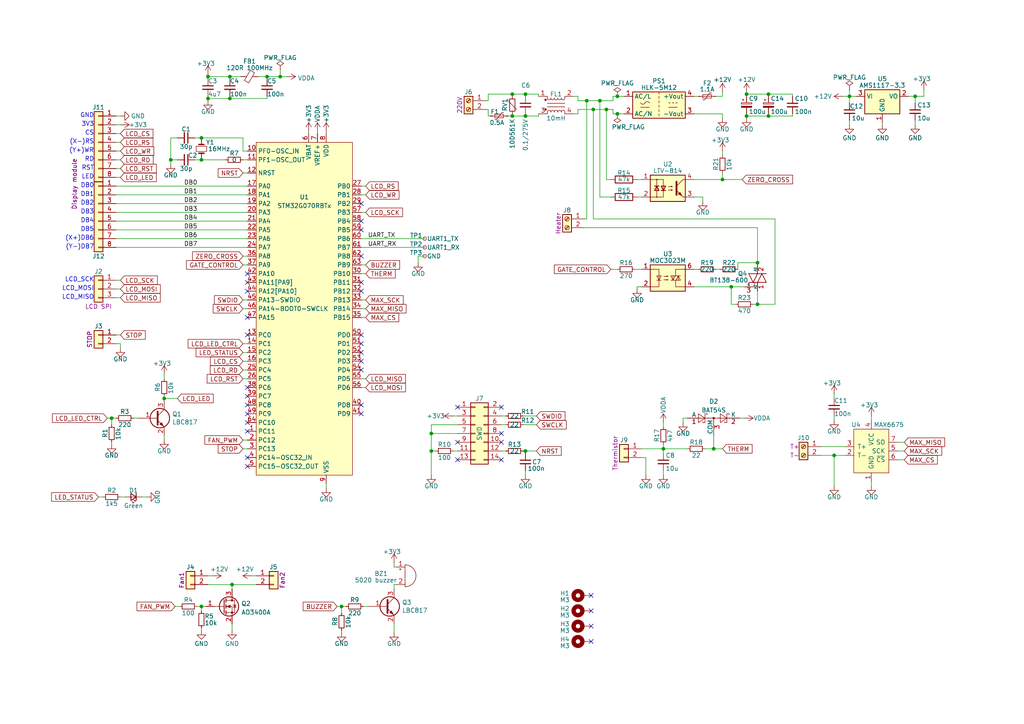
<source format=kicad_sch>
(kicad_sch (version 20230121) (generator eeschema)

  (uuid 70d5c94e-4b51-493e-80c5-98d2c2b0b85e)

  (paper "A4")

  

  (junction (at 179.07 33.02) (diameter 0) (color 0 0 0 0)
    (uuid 10d1282e-eda3-45e9-a948-3e5c9e05abd3)
  )
  (junction (at 125.095 130.81) (diameter 0) (color 0 0 0 0)
    (uuid 178eba62-bb03-4037-9b55-9f471fd5a5bf)
  )
  (junction (at 49.53 46.355) (diameter 0) (color 0 0 0 0)
    (uuid 18a5a8c7-664c-4a54-ba94-aa4f683fee93)
  )
  (junction (at 265.43 27.94) (diameter 0) (color 0 0 0 0)
    (uuid 2674fe2f-e560-40cc-bad9-2801cb6ee12d)
  )
  (junction (at 246.38 27.94) (diameter 0) (color 0 0 0 0)
    (uuid 2813f6f8-790e-4537-9314-18df1ad26b23)
  )
  (junction (at 192.405 130.175) (diameter 0) (color 0 0 0 0)
    (uuid 2a524186-8a30-4949-8c8b-de559e75c8fd)
  )
  (junction (at 216.535 27.305) (diameter 0) (color 0 0 0 0)
    (uuid 2a943c7c-1ab2-40d8-bb61-3e21e93c3d07)
  )
  (junction (at 81.28 22.225) (diameter 0) (color 0 0 0 0)
    (uuid 32f9f031-3a7d-436b-a697-64db254e9f48)
  )
  (junction (at 32.385 121.285) (diameter 0) (color 0 0 0 0)
    (uuid 3806f52e-f776-4ec5-a0b2-37172e8b24b3)
  )
  (junction (at 222.885 33.655) (diameter 0) (color 0 0 0 0)
    (uuid 40c04ffc-a7fe-49b4-8b8b-30a39b16fba0)
  )
  (junction (at 125.095 125.73) (diameter 0) (color 0 0 0 0)
    (uuid 4a66b485-3cc5-4737-bd32-71657bb2cb00)
  )
  (junction (at 241.935 132.08) (diameter 0) (color 0 0 0 0)
    (uuid 4b0034b3-1b35-4be3-9120-e386c0163984)
  )
  (junction (at 77.47 22.225) (diameter 0) (color 0 0 0 0)
    (uuid 5375496c-16d3-4105-a1bd-44d0c66b47f7)
  )
  (junction (at 148.59 27.305) (diameter 0) (color 0 0 0 0)
    (uuid 5d8b740b-10bb-4bd2-aef0-89f5e4f46082)
  )
  (junction (at 175.895 31.75) (diameter 0) (color 0 0 0 0)
    (uuid 66ba1dbe-d797-4e4a-a4a0-cf74c21e2e86)
  )
  (junction (at 219.71 88.265) (diameter 0) (color 0 0 0 0)
    (uuid 67217886-8bbe-450c-bb8f-4a9c1c7eb7fe)
  )
  (junction (at 207.01 130.175) (diameter 0) (color 0 0 0 0)
    (uuid 6fa7d3c8-48cf-4d15-9fd3-43ed9300ac40)
  )
  (junction (at 209.55 52.07) (diameter 0) (color 0 0 0 0)
    (uuid 7402d442-a518-4f43-b83e-0e510efb64dd)
  )
  (junction (at 58.42 46.355) (diameter 0) (color 0 0 0 0)
    (uuid 75629cf6-1307-4c7e-ad40-dcb91ba16500)
  )
  (junction (at 152.4 27.305) (diameter 0) (color 0 0 0 0)
    (uuid 7669ec0a-426d-431a-ab1e-41c7e1ba9adf)
  )
  (junction (at 222.885 27.305) (diameter 0) (color 0 0 0 0)
    (uuid 782563e4-2235-4eeb-86ea-8e044add4ce9)
  )
  (junction (at 216.535 33.655) (diameter 0) (color 0 0 0 0)
    (uuid 85ca8925-6218-41d4-93ba-da83f606f910)
  )
  (junction (at 60.325 22.225) (diameter 0) (color 0 0 0 0)
    (uuid 87a032de-a869-49e6-b7e9-ffa0f10e2125)
  )
  (junction (at 148.59 33.655) (diameter 0) (color 0 0 0 0)
    (uuid 88673e66-d0d6-4a78-95f3-366baed8a65e)
  )
  (junction (at 152.4 130.81) (diameter 0) (color 0 0 0 0)
    (uuid 92d302e0-db9a-4c4f-9f2c-34a8139517e5)
  )
  (junction (at 66.675 28.575) (diameter 0) (color 0 0 0 0)
    (uuid 955d7b53-c4b6-4346-ab04-2bac98fc9271)
  )
  (junction (at 212.09 83.185) (diameter 0) (color 0 0 0 0)
    (uuid 9820d6a2-96c1-4222-a96f-190be4642f26)
  )
  (junction (at 173.99 29.21) (diameter 0) (color 0 0 0 0)
    (uuid 98a1eea8-44a8-4a47-a427-e6cc41ebeafa)
  )
  (junction (at 99.06 175.895) (diameter 0) (color 0 0 0 0)
    (uuid a7262465-6d9e-473a-bae3-ccbd4c7c4efa)
  )
  (junction (at 152.4 33.655) (diameter 0) (color 0 0 0 0)
    (uuid ae865a34-f421-4602-8c0e-fa7d06aa340e)
  )
  (junction (at 66.675 22.225) (diameter 0) (color 0 0 0 0)
    (uuid b1074374-f8c2-4c2d-9e63-777bc2947e26)
  )
  (junction (at 58.42 175.895) (diameter 0) (color 0 0 0 0)
    (uuid c0f903a9-00d7-4fad-ae1f-a8d69388ada8)
  )
  (junction (at 179.07 27.94) (diameter 0) (color 0 0 0 0)
    (uuid c773af5b-01b9-41bd-9805-08e47da79272)
  )
  (junction (at 60.325 28.575) (diameter 0) (color 0 0 0 0)
    (uuid d3db1909-0dcc-44b7-b5eb-6b4eeb1acfa4)
  )
  (junction (at 58.42 40.005) (diameter 0) (color 0 0 0 0)
    (uuid e21e7e25-a7e8-4cb4-8e43-6e8f2e737d61)
  )
  (junction (at 47.625 115.57) (diameter 0) (color 0 0 0 0)
    (uuid e2b0dcc3-8ec2-4312-9923-d633e2ecacb5)
  )
  (junction (at 67.31 169.545) (diameter 0) (color 0 0 0 0)
    (uuid e9b73433-5613-4340-80df-b7e982d63d63)
  )
  (junction (at 170.18 29.21) (diameter 0) (color 0 0 0 0)
    (uuid ed1345f8-1504-476c-bd93-b4c4b495a553)
  )
  (junction (at 172.085 31.75) (diameter 0) (color 0 0 0 0)
    (uuid f692e449-0c47-47be-9ec5-c7f7c41077a4)
  )
  (junction (at 219.71 76.2) (diameter 0) (color 0 0 0 0)
    (uuid f896ae27-bcdf-4350-ad6f-7b06190d5c77)
  )

  (no_connect (at 71.755 114.935) (uuid 02a0e8ca-1285-40f1-830a-fd6772d26e9e))
  (no_connect (at 104.775 107.315) (uuid 120c25cd-b48f-4118-8a11-8d340ac5b9ec))
  (no_connect (at 71.755 125.095) (uuid 13c8acdf-a53f-4840-8513-f27fcda50062))
  (no_connect (at 71.755 84.455) (uuid 231fb950-1955-44dc-88c0-205679e6be90))
  (no_connect (at 132.715 128.27) (uuid 29ccae83-b57f-48a8-abd1-e3ee2ed14c2b))
  (no_connect (at 145.415 133.35) (uuid 398b3637-6d4b-4338-b931-145a208eb5ac))
  (no_connect (at 104.775 84.455) (uuid 3cbaa695-625d-43c5-9799-d8a064245347))
  (no_connect (at 171.45 177.165) (uuid 514cacb4-7411-424c-b9f3-e6dce3a9413a))
  (no_connect (at 171.45 186.055) (uuid 5279da25-5ac0-45ee-98b4-3ad987aa4e26))
  (no_connect (at 71.755 135.255) (uuid 58ddb0a5-68f2-4c92-bd26-a913a9056cbc))
  (no_connect (at 104.775 81.915) (uuid 5c494ac1-1540-4c8e-8831-34bbb571c120))
  (no_connect (at 104.775 120.015) (uuid 622eb112-b737-4b9c-92c8-3ba3a6c8215b))
  (no_connect (at 104.775 102.235) (uuid 62dee897-2e05-4958-b89e-91d5a11634bb))
  (no_connect (at 145.415 128.27) (uuid 6b8ee2cc-cd08-4e8d-9045-6b62ac3ba79f))
  (no_connect (at 71.755 81.915) (uuid 729964a8-5452-4e86-9f32-e1f2d6aae048))
  (no_connect (at 71.755 97.155) (uuid 7c2f64c1-84c7-447a-bf07-5e2cfb5a8ead))
  (no_connect (at 71.755 120.015) (uuid 7f5c9fab-9fd4-44ad-abcf-7d891e2d2080))
  (no_connect (at 104.775 97.155) (uuid 803d3936-1234-48b3-b783-725ed3d1872b))
  (no_connect (at 145.415 118.11) (uuid 8744691b-6641-436e-9f46-a8d48ce27583))
  (no_connect (at 104.775 99.695) (uuid 89f2040c-1b88-4ada-b27f-7fe5ff355b3c))
  (no_connect (at 71.755 92.075) (uuid 93010cf3-63f8-4b68-9d6c-045dbc2f694e))
  (no_connect (at 171.45 181.61) (uuid a63ed4fa-e46d-4c84-94ef-495f0de7d81c))
  (no_connect (at 71.755 132.715) (uuid bb6588e9-a9ff-473e-a628-11e627baf898))
  (no_connect (at 71.755 79.375) (uuid bb7c6493-2b1d-481a-8549-a2bf084febff))
  (no_connect (at 104.775 104.775) (uuid c0abdffa-7a3e-4939-9f6c-a2662f359cd8))
  (no_connect (at 132.715 133.35) (uuid c4265f23-a72b-4efe-9397-f668a170c441))
  (no_connect (at 171.45 172.72) (uuid c58eaf70-18ef-49eb-9ee0-db1bd59c8b94))
  (no_connect (at 104.775 117.475) (uuid c6df1aad-79b6-4b02-b9c4-8c9e977ce511))
  (no_connect (at 71.755 117.475) (uuid cffaf50c-0cf6-4e1e-9920-d70b70154d57))
  (no_connect (at 104.775 66.675) (uuid d63d23db-05cd-4b6f-99af-9abae33759ed))
  (no_connect (at 104.775 74.295) (uuid d63d23db-05cd-4b6f-99af-9abae33759ee))
  (no_connect (at 104.775 64.135) (uuid d63d23db-05cd-4b6f-99af-9abae33759ef))
  (no_connect (at 132.715 118.11) (uuid d66678ba-b776-40e5-b647-81b29a23c0cf))
  (no_connect (at 71.755 112.395) (uuid ecf2293c-0457-4b5d-91a1-8249fea43123))
  (no_connect (at 71.755 122.555) (uuid f0b9537d-50f2-4a4e-8743-f58c7a0b499e))
  (no_connect (at 145.415 125.73) (uuid f3f3afbf-cdc2-4821-bd58-e917acce0b45))
  (no_connect (at 104.775 59.055) (uuid f73c516f-b57a-4220-9960-8cb4dba9027c))

  (wire (pts (xy 219.71 88.265) (xy 219.71 84.455))
    (stroke (width 0) (type default))
    (uuid 0021461e-29f3-423e-9587-5901802d71b2)
  )
  (wire (pts (xy 167.64 29.21) (xy 170.18 29.21))
    (stroke (width 0) (type default))
    (uuid 007ce7f0-c2c3-4aaa-82bb-fdf3c8562e05)
  )
  (wire (pts (xy 58.42 175.895) (xy 59.69 175.895))
    (stroke (width 0) (type default))
    (uuid 00ab1310-3a4b-4ee9-8d79-777dcf16f212)
  )
  (wire (pts (xy 71.755 86.995) (xy 70.485 86.995))
    (stroke (width 0) (type default))
    (uuid 0144d383-eac1-4f04-b205-b70cb20a560d)
  )
  (wire (pts (xy 33.655 56.515) (xy 71.755 56.515))
    (stroke (width 0) (type default))
    (uuid 01c58a7e-d6b5-40d0-bda4-8ccd186d7beb)
  )
  (wire (pts (xy 201.295 33.02) (xy 209.55 33.02))
    (stroke (width 0) (type default))
    (uuid 022babd2-5db8-4723-9f7d-bcb28a887d46)
  )
  (wire (pts (xy 51.435 40.005) (xy 49.53 40.005))
    (stroke (width 0) (type default))
    (uuid 03d6590e-4c39-45de-88db-ceaf49cd88fc)
  )
  (wire (pts (xy 169.545 63.5) (xy 170.18 63.5))
    (stroke (width 0) (type default))
    (uuid 0573d05d-d8de-470a-a9c2-1610483fd700)
  )
  (wire (pts (xy 104.775 69.215) (xy 123.19 69.215))
    (stroke (width 0) (type default))
    (uuid 066e8e26-4711-4f62-9f42-df6e54e78b18)
  )
  (wire (pts (xy 70.485 43.815) (xy 71.755 43.815))
    (stroke (width 0) (type default))
    (uuid 073ed338-2da0-4d4d-b98b-17c345cd2540)
  )
  (wire (pts (xy 216.535 33.655) (xy 216.535 33.02))
    (stroke (width 0) (type default))
    (uuid 0aac980a-4e18-4f80-9bc9-0aef6e9345e6)
  )
  (wire (pts (xy 60.325 22.225) (xy 60.325 22.86))
    (stroke (width 0) (type default))
    (uuid 0ac91038-65c9-45fa-a371-6b1c8ee2fd8d)
  )
  (wire (pts (xy 177.8 31.75) (xy 177.8 33.02))
    (stroke (width 0) (type default))
    (uuid 0b4f6b92-2b02-4121-925d-528fb47994ff)
  )
  (wire (pts (xy 121.285 74.295) (xy 121.285 76.2))
    (stroke (width 0) (type default))
    (uuid 0da35be7-ed3b-4496-9bd7-6746ce122503)
  )
  (wire (pts (xy 192.405 130.175) (xy 199.39 130.175))
    (stroke (width 0) (type default))
    (uuid 0dfa5151-f145-4af5-a82a-3762f0478d22)
  )
  (wire (pts (xy 67.31 180.975) (xy 67.31 182.88))
    (stroke (width 0) (type default))
    (uuid 0e7d0507-1a25-47db-b391-eebe906ef052)
  )
  (wire (pts (xy 201.295 78.105) (xy 202.565 78.105))
    (stroke (width 0) (type default))
    (uuid 0ed25811-49a6-4f41-a7b9-8fd7e354f294)
  )
  (wire (pts (xy 106.045 61.595) (xy 104.775 61.595))
    (stroke (width 0) (type default))
    (uuid 12d6ccd4-0ece-4fd3-b388-f80fe4a9f526)
  )
  (wire (pts (xy 260.35 128.27) (xy 262.255 128.27))
    (stroke (width 0) (type default))
    (uuid 146cb325-707a-497b-a051-8670d8e32009)
  )
  (wire (pts (xy 224.79 88.265) (xy 224.79 63.5))
    (stroke (width 0) (type default))
    (uuid 14e94641-5b7e-45fa-aa63-d7f60ae2f28e)
  )
  (wire (pts (xy 219.71 76.2) (xy 219.71 76.835))
    (stroke (width 0) (type default))
    (uuid 15ac11b4-6f83-4265-8708-9a1c8046cc27)
  )
  (wire (pts (xy 219.71 66.04) (xy 219.71 76.2))
    (stroke (width 0) (type default))
    (uuid 17346005-ee7a-448a-98ca-695574ed6db0)
  )
  (wire (pts (xy 58.42 46.355) (xy 65.405 46.355))
    (stroke (width 0) (type default))
    (uuid 17908aa3-3d4d-4772-9eac-9638d5436758)
  )
  (wire (pts (xy 172.085 31.75) (xy 175.895 31.75))
    (stroke (width 0) (type default))
    (uuid 1a055c2b-8eb2-4e43-b2e2-865a7dba1b47)
  )
  (wire (pts (xy 267.97 27.94) (xy 265.43 27.94))
    (stroke (width 0) (type default))
    (uuid 1a386317-bdf0-4bfe-ada3-a80fd004c070)
  )
  (wire (pts (xy 125.095 125.73) (xy 125.095 130.81))
    (stroke (width 0) (type default))
    (uuid 1af33c80-2561-4b1e-b204-f83de0f09f67)
  )
  (wire (pts (xy 33.655 41.275) (xy 34.925 41.275))
    (stroke (width 0) (type default))
    (uuid 1cd9e01c-20f6-4a19-a03b-9c286a691e93)
  )
  (wire (pts (xy 246.38 26.035) (xy 246.38 27.94))
    (stroke (width 0) (type default))
    (uuid 1cf0ee07-09b4-4188-acb1-826fb352eda1)
  )
  (wire (pts (xy 241.935 120.65) (xy 241.935 121.92))
    (stroke (width 0) (type default))
    (uuid 1d773b12-42af-472a-b205-8d8884bf8bf5)
  )
  (wire (pts (xy 241.935 114.3) (xy 241.935 115.57))
    (stroke (width 0) (type default))
    (uuid 1dcb7028-30dc-4be3-9d1c-b06404d833e8)
  )
  (wire (pts (xy 222.885 27.305) (xy 229.87 27.305))
    (stroke (width 0) (type default))
    (uuid 1e51ff7a-adf8-4347-9ad0-80b38225e404)
  )
  (wire (pts (xy 186.055 83.185) (xy 184.785 83.185))
    (stroke (width 0) (type default))
    (uuid 1e611147-23a0-46d4-bc28-c8e2431653bc)
  )
  (wire (pts (xy 145.415 120.65) (xy 146.685 120.65))
    (stroke (width 0) (type default))
    (uuid 1f7ff77e-d427-4fb7-b5a8-84efa7a2c4ce)
  )
  (wire (pts (xy 33.655 86.36) (xy 34.925 86.36))
    (stroke (width 0) (type default))
    (uuid 1fcf8551-87f7-4810-9cef-24f2e85198c9)
  )
  (wire (pts (xy 145.415 130.81) (xy 146.685 130.81))
    (stroke (width 0) (type default))
    (uuid 2119aee8-1a12-4149-9899-d7d5887b62e7)
  )
  (wire (pts (xy 33.655 69.215) (xy 71.755 69.215))
    (stroke (width 0) (type default))
    (uuid 229ea638-20c6-4b22-9c8e-9a21c25f3c04)
  )
  (wire (pts (xy 33.655 48.895) (xy 34.925 48.895))
    (stroke (width 0) (type default))
    (uuid 231e9158-cad2-4d0a-9a44-7e94496c6105)
  )
  (wire (pts (xy 60.325 21.59) (xy 60.325 22.225))
    (stroke (width 0) (type default))
    (uuid 2427064f-e22e-426c-86ce-bac1c0f4a05c)
  )
  (wire (pts (xy 77.47 28.575) (xy 66.675 28.575))
    (stroke (width 0) (type default))
    (uuid 252ba6a7-e71e-4a0f-a62a-bb1dfd96477a)
  )
  (wire (pts (xy 216.535 33.655) (xy 222.885 33.655))
    (stroke (width 0) (type default))
    (uuid 26be7da3-3add-4daf-b009-21aa81320c47)
  )
  (wire (pts (xy 73.025 167.005) (xy 74.295 167.005))
    (stroke (width 0) (type default))
    (uuid 284a0d2b-52e7-47d2-a9f8-25e4857b1108)
  )
  (wire (pts (xy 114.3 163.195) (xy 114.3 164.465))
    (stroke (width 0) (type default))
    (uuid 298d4d5f-e2a3-4d61-a537-807b78ffd3a6)
  )
  (wire (pts (xy 104.775 79.375) (xy 106.045 79.375))
    (stroke (width 0) (type default))
    (uuid 2b2987f5-ce94-4e64-b0d0-4b4a038748d4)
  )
  (wire (pts (xy 184.785 57.15) (xy 186.055 57.15))
    (stroke (width 0) (type default))
    (uuid 2b54976f-acfa-4453-91b9-5be6fb009020)
  )
  (wire (pts (xy 260.35 130.81) (xy 262.255 130.81))
    (stroke (width 0) (type default))
    (uuid 2c7cf1f3-1c7a-4fdc-abae-1ff2b4a13bf0)
  )
  (wire (pts (xy 222.885 33.655) (xy 229.87 33.655))
    (stroke (width 0) (type default))
    (uuid 2dc300fa-5ca4-4a2a-a9ab-42e3a011bc4d)
  )
  (wire (pts (xy 114.3 170.815) (xy 114.3 169.545))
    (stroke (width 0) (type default))
    (uuid 2e2ff7e0-e2d0-466c-8128-1fd106af9edb)
  )
  (wire (pts (xy 33.655 46.355) (xy 34.925 46.355))
    (stroke (width 0) (type default))
    (uuid 2f2a549e-bb0e-47a8-ab2e-14d62e38d710)
  )
  (wire (pts (xy 58.42 40.64) (xy 58.42 40.005))
    (stroke (width 0) (type default))
    (uuid 2f7478d0-9cff-402b-8554-c7a0b329b89a)
  )
  (wire (pts (xy 198.12 122.555) (xy 198.12 121.285))
    (stroke (width 0) (type default))
    (uuid 312e8498-08e2-4ed6-bff3-351c87d1d82d)
  )
  (wire (pts (xy 184.15 78.105) (xy 186.055 78.105))
    (stroke (width 0) (type default))
    (uuid 328ea336-6d64-44fe-a15f-5d6c55b12ff5)
  )
  (wire (pts (xy 216.535 27.305) (xy 216.535 26.67))
    (stroke (width 0) (type default))
    (uuid 32c83969-feb6-45ec-b6b8-e008c73cd0c6)
  )
  (wire (pts (xy 152.4 131.445) (xy 152.4 130.81))
    (stroke (width 0) (type default))
    (uuid 340bd1ac-de65-4ae6-901d-42870f8619a6)
  )
  (wire (pts (xy 33.655 53.975) (xy 71.755 53.975))
    (stroke (width 0) (type default))
    (uuid 3542be4e-b4ee-45a1-9d63-f53e37486c50)
  )
  (wire (pts (xy 125.095 130.81) (xy 126.365 130.81))
    (stroke (width 0) (type default))
    (uuid 364c1969-f137-4838-90c1-928bd9479741)
  )
  (wire (pts (xy 56.515 46.355) (xy 58.42 46.355))
    (stroke (width 0) (type default))
    (uuid 3752a0c4-1dcb-49d4-a2e5-80549881d80e)
  )
  (wire (pts (xy 187.325 132.715) (xy 186.055 132.715))
    (stroke (width 0) (type default))
    (uuid 3bdc0e83-6cc4-46b1-b021-984a1e7cffe1)
  )
  (wire (pts (xy 81.28 22.225) (xy 77.47 22.225))
    (stroke (width 0) (type default))
    (uuid 3cd7d5c3-9d51-4310-bc8d-6d3dd49a26cb)
  )
  (wire (pts (xy 114.3 164.465) (xy 114.935 164.465))
    (stroke (width 0) (type default))
    (uuid 3e24501e-5c37-4797-b79d-2a21bbc58639)
  )
  (wire (pts (xy 70.485 127.635) (xy 71.755 127.635))
    (stroke (width 0) (type default))
    (uuid 3e438bf2-5d45-4fe2-893d-8d01133768aa)
  )
  (wire (pts (xy 94.615 38.735) (xy 94.615 38.1))
    (stroke (width 0) (type default))
    (uuid 41254fb2-5180-46c8-85b6-c57dbbb63d57)
  )
  (wire (pts (xy 213.36 88.265) (xy 212.09 88.265))
    (stroke (width 0) (type default))
    (uuid 413ad3e7-dc04-4a32-acc3-cccdeed34133)
  )
  (wire (pts (xy 33.655 64.135) (xy 71.755 64.135))
    (stroke (width 0) (type default))
    (uuid 44a25521-3a36-43dc-86e3-dee410723620)
  )
  (wire (pts (xy 132.715 120.65) (xy 131.445 120.65))
    (stroke (width 0) (type default))
    (uuid 44fd9920-f365-4de2-a0ed-67ea47900838)
  )
  (wire (pts (xy 32.385 121.285) (xy 32.385 123.19))
    (stroke (width 0) (type default))
    (uuid 459c61eb-9f32-4788-97e9-e10295993852)
  )
  (wire (pts (xy 50.8 175.895) (xy 52.07 175.895))
    (stroke (width 0) (type default))
    (uuid 485db09e-08b8-4ebf-8505-c093f7bcc081)
  )
  (wire (pts (xy 267.97 26.035) (xy 267.97 27.94))
    (stroke (width 0) (type default))
    (uuid 4c33aebc-da00-4a30-aa22-90bebf81a76f)
  )
  (wire (pts (xy 184.785 52.07) (xy 186.055 52.07))
    (stroke (width 0) (type default))
    (uuid 4c437070-8a96-4794-8415-41de164051c8)
  )
  (wire (pts (xy 260.35 133.35) (xy 262.255 133.35))
    (stroke (width 0) (type default))
    (uuid 4ce33d32-0190-468e-9609-9d0da1c506d1)
  )
  (wire (pts (xy 241.935 140.97) (xy 241.935 132.08))
    (stroke (width 0) (type default))
    (uuid 4e5691f8-785f-45e7-b4f7-8fef0e7a06be)
  )
  (wire (pts (xy 106.68 175.895) (xy 105.41 175.895))
    (stroke (width 0) (type default))
    (uuid 4f55e4bd-bb3b-4ee3-9afc-f86399ee41f4)
  )
  (wire (pts (xy 33.655 43.815) (xy 34.925 43.815))
    (stroke (width 0) (type default))
    (uuid 5010040e-1fa2-478d-ad5c-c5a5ed31e76a)
  )
  (wire (pts (xy 34.925 99.695) (xy 33.655 99.695))
    (stroke (width 0) (type default))
    (uuid 50956549-6d1d-497b-9d30-82d9190ecd95)
  )
  (wire (pts (xy 265.43 36.195) (xy 265.43 34.925))
    (stroke (width 0) (type default))
    (uuid 5160db40-f61a-48bf-88b4-bb5ac60e8c5c)
  )
  (wire (pts (xy 99.06 175.895) (xy 99.06 177.8))
    (stroke (width 0) (type default))
    (uuid 51748198-6651-4d5f-91c6-5c932877469e)
  )
  (wire (pts (xy 244.475 27.94) (xy 246.38 27.94))
    (stroke (width 0) (type default))
    (uuid 51fa0dae-5c5d-43be-a032-d5e704105e36)
  )
  (wire (pts (xy 99.06 175.895) (xy 97.79 175.895))
    (stroke (width 0) (type default))
    (uuid 52cc17ab-1c7d-46ef-bd12-7cdc557dea44)
  )
  (wire (pts (xy 179.07 33.02) (xy 180.975 33.02))
    (stroke (width 0) (type default))
    (uuid 53db0dc0-dfcf-4bc3-86dc-ffaf3adceda5)
  )
  (wire (pts (xy 70.485 50.165) (xy 71.755 50.165))
    (stroke (width 0) (type default))
    (uuid 54c86742-77c6-4e83-b5ac-c3d2c7e1ffbf)
  )
  (wire (pts (xy 33.655 59.055) (xy 71.755 59.055))
    (stroke (width 0) (type default))
    (uuid 553624ab-59cc-4b73-ba66-e480e762af82)
  )
  (wire (pts (xy 209.55 33.02) (xy 209.55 34.29))
    (stroke (width 0) (type default))
    (uuid 5562c925-f045-40b8-92d6-6b7d2804d02e)
  )
  (wire (pts (xy 33.655 38.735) (xy 34.925 38.735))
    (stroke (width 0) (type default))
    (uuid 5979264b-6afe-4e22-96c5-3f71a986ef24)
  )
  (wire (pts (xy 99.06 182.88) (xy 99.06 183.515))
    (stroke (width 0) (type default))
    (uuid 5a6e0996-726c-4734-b732-4de754e0fd61)
  )
  (wire (pts (xy 219.71 88.265) (xy 224.79 88.265))
    (stroke (width 0) (type default))
    (uuid 5a9fc432-e44b-4e3c-9c3d-22a69730a0bd)
  )
  (wire (pts (xy 47.625 114.935) (xy 47.625 115.57))
    (stroke (width 0) (type default))
    (uuid 5d7c9844-6843-4bf4-8e02-546ebb64d2b1)
  )
  (wire (pts (xy 66.675 27.94) (xy 66.675 28.575))
    (stroke (width 0) (type default))
    (uuid 5dca9511-d8cd-4147-bd9f-31dd1bd1dd6d)
  )
  (wire (pts (xy 212.09 83.185) (xy 215.9 83.185))
    (stroke (width 0) (type default))
    (uuid 5ee0bac8-a1bf-47f5-851e-f3aa88aed95e)
  )
  (wire (pts (xy 145.415 123.19) (xy 146.685 123.19))
    (stroke (width 0) (type default))
    (uuid 5f0421c7-6eee-4199-9d9a-3d8bc1ed0d8d)
  )
  (wire (pts (xy 34.925 97.155) (xy 33.655 97.155))
    (stroke (width 0) (type default))
    (uuid 5f532fb3-61a0-4311-84e3-980da4cac791)
  )
  (wire (pts (xy 131.445 130.81) (xy 132.715 130.81))
    (stroke (width 0) (type default))
    (uuid 5f54bcb8-0a80-47c7-a329-d6dcc9d5f1fd)
  )
  (wire (pts (xy 104.775 56.515) (xy 106.045 56.515))
    (stroke (width 0) (type default))
    (uuid 5ffe049d-d6ca-4d4b-9828-4de9d6b65180)
  )
  (wire (pts (xy 187.325 137.795) (xy 187.325 132.715))
    (stroke (width 0) (type default))
    (uuid 604bd3df-937d-4be0-9c3f-52ae19fce0ab)
  )
  (wire (pts (xy 213.995 78.105) (xy 213.995 76.2))
    (stroke (width 0) (type default))
    (uuid 609e9a3c-4516-495e-9fd2-c9a2d058a806)
  )
  (wire (pts (xy 49.53 46.355) (xy 49.53 47.625))
    (stroke (width 0) (type default))
    (uuid 63a9b380-5a3c-44f9-8357-42fca1d949d7)
  )
  (wire (pts (xy 148.59 27.305) (xy 148.59 27.94))
    (stroke (width 0) (type default))
    (uuid 6427b149-8335-42f9-beab-08f2b86f5d01)
  )
  (wire (pts (xy 167.64 31.75) (xy 172.085 31.75))
    (stroke (width 0) (type default))
    (uuid 651f9eb4-002d-4a2c-aa75-227371ea604a)
  )
  (wire (pts (xy 34.925 144.145) (xy 36.195 144.145))
    (stroke (width 0) (type default))
    (uuid 661a5444-c2d9-4db8-959d-373e0df196f7)
  )
  (wire (pts (xy 125.095 130.81) (xy 125.095 137.795))
    (stroke (width 0) (type default))
    (uuid 66c44345-8bca-45e9-b3f5-ca66e11b59b3)
  )
  (wire (pts (xy 209.55 43.815) (xy 209.55 45.085))
    (stroke (width 0) (type default))
    (uuid 69ae94e7-48ef-4f42-8265-cacf71aebd13)
  )
  (wire (pts (xy 152.4 27.305) (xy 152.4 27.94))
    (stroke (width 0) (type default))
    (uuid 6a1441f2-4627-4d36-b4cf-a5aeac796080)
  )
  (wire (pts (xy 186.055 130.175) (xy 192.405 130.175))
    (stroke (width 0) (type default))
    (uuid 6a50f686-04a8-43bf-8595-9ee16fa9220b)
  )
  (wire (pts (xy 125.095 123.19) (xy 125.095 125.73))
    (stroke (width 0) (type default))
    (uuid 6b1ccedd-d6e8-4ff3-b0a9-a40316cd89d5)
  )
  (wire (pts (xy 47.625 115.57) (xy 51.435 115.57))
    (stroke (width 0) (type default))
    (uuid 6c52db09-1cb8-4628-b97d-cd400f82756a)
  )
  (wire (pts (xy 216.535 27.305) (xy 222.885 27.305))
    (stroke (width 0) (type default))
    (uuid 6ca4801d-06e0-479b-9dd7-7f378b83911c)
  )
  (wire (pts (xy 177.165 78.105) (xy 179.07 78.105))
    (stroke (width 0) (type default))
    (uuid 6cec7a00-1c0a-4b85-ba0d-b68674bbf602)
  )
  (wire (pts (xy 104.775 86.995) (xy 106.045 86.995))
    (stroke (width 0) (type default))
    (uuid 6e247e44-f717-4a85-8038-5e0ee1c1b729)
  )
  (wire (pts (xy 60.325 27.94) (xy 60.325 28.575))
    (stroke (width 0) (type default))
    (uuid 6eabda4d-213f-4d12-bb0f-841999959543)
  )
  (wire (pts (xy 177.165 52.07) (xy 175.895 52.07))
    (stroke (width 0) (type default))
    (uuid 6ebd19aa-16b0-4a2f-b643-07e07cf69388)
  )
  (wire (pts (xy 74.295 169.545) (xy 67.31 169.545))
    (stroke (width 0) (type default))
    (uuid 7012ddf8-ad0b-4f65-8ed8-2bb9cfc77198)
  )
  (wire (pts (xy 34.925 100.965) (xy 34.925 99.695))
    (stroke (width 0) (type default))
    (uuid 716a1d72-a69c-4b20-af6a-6f6a6d12d249)
  )
  (wire (pts (xy 66.675 28.575) (xy 60.325 28.575))
    (stroke (width 0) (type default))
    (uuid 72b4f67e-72f2-4c23-86d4-e502e953015e)
  )
  (wire (pts (xy 252.73 121.92) (xy 252.73 120.65))
    (stroke (width 0) (type default))
    (uuid 7360f44e-c228-43ab-b4c0-fe6c5d0838f3)
  )
  (wire (pts (xy 167.64 29.21) (xy 167.64 27.94))
    (stroke (width 0) (type default))
    (uuid 74362be6-c139-4054-8806-c3e14c558bd1)
  )
  (wire (pts (xy 60.325 28.575) (xy 60.325 29.21))
    (stroke (width 0) (type default))
    (uuid 75d5fb48-948d-4648-887f-a9c863b86061)
  )
  (wire (pts (xy 141.605 29.21) (xy 141.605 27.305))
    (stroke (width 0) (type default))
    (uuid 791bdc83-6e52-492f-879a-979353ad853f)
  )
  (wire (pts (xy 177.8 29.21) (xy 177.8 27.94))
    (stroke (width 0) (type default))
    (uuid 795b2203-8956-48d7-9017-c5a4422098f1)
  )
  (wire (pts (xy 207.645 27.94) (xy 209.55 27.94))
    (stroke (width 0) (type default))
    (uuid 79a209df-6e02-4e05-917f-9293986be211)
  )
  (wire (pts (xy 175.895 52.07) (xy 175.895 31.75))
    (stroke (width 0) (type default))
    (uuid 7a83ac6a-0e04-4867-b6b9-8c951c04c790)
  )
  (wire (pts (xy 170.18 29.21) (xy 173.99 29.21))
    (stroke (width 0) (type default))
    (uuid 7b9fccac-2787-4a54-9d97-ab97d9d155fc)
  )
  (wire (pts (xy 246.38 27.94) (xy 248.285 27.94))
    (stroke (width 0) (type default))
    (uuid 7d129dde-9d30-47aa-8c96-5f5e72207dca)
  )
  (wire (pts (xy 209.55 27.94) (xy 209.55 26.67))
    (stroke (width 0) (type default))
    (uuid 7d282ae5-1107-4ab8-b31c-9a5b067057b1)
  )
  (wire (pts (xy 148.59 33.02) (xy 148.59 33.655))
    (stroke (width 0) (type default))
    (uuid 7e8fe8c9-816b-448d-aaca-07e727be6194)
  )
  (wire (pts (xy 67.31 169.545) (xy 67.31 170.815))
    (stroke (width 0) (type default))
    (uuid 7f38848b-7fcc-4fc9-b355-8ae03f5e757d)
  )
  (wire (pts (xy 213.995 76.2) (xy 219.71 76.2))
    (stroke (width 0) (type default))
    (uuid 7f555394-fab9-4ec3-827c-6b0193f49577)
  )
  (wire (pts (xy 70.485 74.295) (xy 71.755 74.295))
    (stroke (width 0) (type default))
    (uuid 80af133c-7ab7-481d-a2c4-c345acbfb701)
  )
  (wire (pts (xy 40.005 121.285) (xy 38.735 121.285))
    (stroke (width 0) (type default))
    (uuid 8198cc5e-8f72-441b-a2e1-92ca5661103e)
  )
  (wire (pts (xy 212.09 88.265) (xy 212.09 83.185))
    (stroke (width 0) (type default))
    (uuid 82ff02ef-bf7f-44c2-b2f3-c3661287c2f8)
  )
  (wire (pts (xy 47.625 108.585) (xy 47.625 109.855))
    (stroke (width 0) (type default))
    (uuid 8393e6a9-e1fc-4aea-ba01-3e83eb081d0d)
  )
  (wire (pts (xy 33.655 61.595) (xy 71.755 61.595))
    (stroke (width 0) (type default))
    (uuid 8609d100-e28f-4018-a4b8-74fd2501266e)
  )
  (wire (pts (xy 255.905 35.56) (xy 255.905 36.195))
    (stroke (width 0) (type default))
    (uuid 867fd820-861f-410c-bbe1-5263bbc3abb7)
  )
  (wire (pts (xy 70.485 107.315) (xy 71.755 107.315))
    (stroke (width 0) (type default))
    (uuid 87d28045-2257-47b9-a776-bf8e55ef8fd9)
  )
  (wire (pts (xy 33.655 121.285) (xy 32.385 121.285))
    (stroke (width 0) (type default))
    (uuid 87efc790-8644-489c-9b71-13ce7d7005eb)
  )
  (wire (pts (xy 229.87 33.655) (xy 229.87 33.02))
    (stroke (width 0) (type default))
    (uuid 888479f6-cea3-4ff3-be20-e81a6b25142c)
  )
  (wire (pts (xy 169.545 66.04) (xy 219.71 66.04))
    (stroke (width 0) (type default))
    (uuid 8903591f-4a92-454b-a922-4c68da60fd28)
  )
  (wire (pts (xy 167.64 31.75) (xy 167.64 33.02))
    (stroke (width 0) (type default))
    (uuid 8bed222f-37ff-4df9-851f-bb33fbd28ded)
  )
  (wire (pts (xy 66.675 22.225) (xy 60.325 22.225))
    (stroke (width 0) (type default))
    (uuid 8c3d788d-64a1-4554-9485-f491a5d6e471)
  )
  (wire (pts (xy 148.59 27.305) (xy 152.4 27.305))
    (stroke (width 0) (type default))
    (uuid 8ca3a81c-7144-4a4e-afd1-0271fae8b173)
  )
  (wire (pts (xy 167.64 33.02) (xy 166.37 33.02))
    (stroke (width 0) (type default))
    (uuid 8cc5b1ad-9be6-4bd1-957b-d3025b273707)
  )
  (wire (pts (xy 229.87 27.305) (xy 229.87 27.94))
    (stroke (width 0) (type default))
    (uuid 8da772be-ea34-489f-850b-6ab6bf20816c)
  )
  (wire (pts (xy 89.535 38.735) (xy 89.535 38.1))
    (stroke (width 0) (type default))
    (uuid 8ff75145-f9e9-4eaf-83c7-20940f3590d8)
  )
  (wire (pts (xy 207.645 78.105) (xy 208.915 78.105))
    (stroke (width 0) (type default))
    (uuid 91f496bc-847e-4fd5-9d13-c0e00e3204b8)
  )
  (wire (pts (xy 192.405 122.555) (xy 192.405 123.825))
    (stroke (width 0) (type default))
    (uuid 928d07b3-a32b-49fc-8c12-1246b18ade13)
  )
  (wire (pts (xy 70.485 40.005) (xy 70.485 43.815))
    (stroke (width 0) (type default))
    (uuid 9475b2ff-b90b-4ded-ad75-554f02186aef)
  )
  (wire (pts (xy 209.55 52.07) (xy 209.55 50.165))
    (stroke (width 0) (type default))
    (uuid 9568bf06-a903-4bde-93ce-f23adc0565fa)
  )
  (wire (pts (xy 152.4 33.02) (xy 152.4 33.655))
    (stroke (width 0) (type default))
    (uuid 96857661-1aa9-4cde-a3f9-64424767014e)
  )
  (wire (pts (xy 265.43 29.845) (xy 265.43 27.94))
    (stroke (width 0) (type default))
    (uuid 996bc412-7bdb-4d0a-b241-0119b1119769)
  )
  (wire (pts (xy 33.655 81.28) (xy 34.925 81.28))
    (stroke (width 0) (type default))
    (uuid 9ba15ac0-88ab-4167-9a0b-4a6472b6e1b1)
  )
  (wire (pts (xy 173.99 57.15) (xy 173.99 29.21))
    (stroke (width 0) (type default))
    (uuid 9c7b93f5-493b-4a99-9f1c-c3df16350fa0)
  )
  (wire (pts (xy 92.075 38.1) (xy 92.075 38.735))
    (stroke (width 0) (type default))
    (uuid 9ca885ad-7ec7-414d-bbc3-f94767fbb0d4)
  )
  (wire (pts (xy 198.12 121.285) (xy 199.39 121.285))
    (stroke (width 0) (type default))
    (uuid 9f340e3a-770b-4395-b870-4c77f4b56570)
  )
  (wire (pts (xy 172.085 31.75) (xy 172.085 63.5))
    (stroke (width 0) (type default))
    (uuid 9f5729be-38ef-4b7b-ab33-c87c8571af48)
  )
  (wire (pts (xy 70.485 130.175) (xy 71.755 130.175))
    (stroke (width 0) (type default))
    (uuid a14cda0f-4041-4a46-8926-53187d1bb7cc)
  )
  (wire (pts (xy 207.01 130.175) (xy 209.55 130.175))
    (stroke (width 0) (type default))
    (uuid a17ad839-b14e-414c-8cbf-dee43df3c8af)
  )
  (wire (pts (xy 147.32 33.655) (xy 148.59 33.655))
    (stroke (width 0) (type default))
    (uuid a1bb54d7-2095-4eb9-ad09-8b4e621b3a38)
  )
  (wire (pts (xy 81.28 20.32) (xy 81.28 22.225))
    (stroke (width 0) (type default))
    (uuid a28ded2d-cffa-40db-8d92-f0009c3abe65)
  )
  (wire (pts (xy 104.775 92.075) (xy 106.045 92.075))
    (stroke (width 0) (type default))
    (uuid a31eb095-0911-4bde-b6af-7b92490b561d)
  )
  (wire (pts (xy 70.485 46.355) (xy 71.755 46.355))
    (stroke (width 0) (type default))
    (uuid a340f295-1ba1-4dd5-b6e0-2321a229d791)
  )
  (wire (pts (xy 141.605 31.75) (xy 140.97 31.75))
    (stroke (width 0) (type default))
    (uuid a3bb41c9-29cb-46dd-9a48-572e29a886b3)
  )
  (wire (pts (xy 152.4 27.305) (xy 156.21 27.305))
    (stroke (width 0) (type default))
    (uuid a3de59b7-6ef2-4aeb-bb0b-875b7c21e17a)
  )
  (wire (pts (xy 71.755 89.535) (xy 70.485 89.535))
    (stroke (width 0) (type default))
    (uuid a5a27001-3f1e-4e4c-8493-6fe9df76f3a4)
  )
  (wire (pts (xy 33.655 83.82) (xy 34.925 83.82))
    (stroke (width 0) (type default))
    (uuid a683097e-e3f2-479f-a32d-3c250f53ff70)
  )
  (wire (pts (xy 104.775 112.395) (xy 106.045 112.395))
    (stroke (width 0) (type default))
    (uuid a719748e-c167-4cbd-a303-b623175f4864)
  )
  (wire (pts (xy 70.485 104.775) (xy 71.755 104.775))
    (stroke (width 0) (type default))
    (uuid a7aed86a-c825-4d23-aa12-f32854e26c3c)
  )
  (wire (pts (xy 125.095 123.19) (xy 132.715 123.19))
    (stroke (width 0) (type default))
    (uuid a92b851f-63bd-4242-be3a-98e755389568)
  )
  (wire (pts (xy 66.675 22.86) (xy 66.675 22.225))
    (stroke (width 0) (type default))
    (uuid aa11847f-1e0b-46f7-a7a5-aa455cea621e)
  )
  (wire (pts (xy 207.01 126.365) (xy 207.01 130.175))
    (stroke (width 0) (type default))
    (uuid ab985389-ec3f-4516-b3ed-42b8d0b47efb)
  )
  (wire (pts (xy 175.895 31.75) (xy 177.8 31.75))
    (stroke (width 0) (type default))
    (uuid abbf3a46-d656-41a9-a9e1-f6a5a9f489c8)
  )
  (wire (pts (xy 177.8 33.02) (xy 179.07 33.02))
    (stroke (width 0) (type default))
    (uuid accd65a4-c9d5-4e7c-927a-706654b6c6bd)
  )
  (wire (pts (xy 252.73 139.7) (xy 252.73 140.97))
    (stroke (width 0) (type default))
    (uuid add0307d-9d42-4f82-98db-24dd77eeb5d4)
  )
  (wire (pts (xy 56.515 40.005) (xy 58.42 40.005))
    (stroke (width 0) (type default))
    (uuid aeede0c4-5182-46e8-b697-6d83beeb0b45)
  )
  (wire (pts (xy 201.295 57.15) (xy 203.835 57.15))
    (stroke (width 0) (type default))
    (uuid af3cdb9c-5cab-46a2-a035-f0471b099f66)
  )
  (wire (pts (xy 152.4 130.81) (xy 155.575 130.81))
    (stroke (width 0) (type default))
    (uuid afbfcc59-64e6-4ce4-96db-1206b9f27996)
  )
  (wire (pts (xy 33.655 33.655) (xy 34.925 33.655))
    (stroke (width 0) (type default))
    (uuid b206199b-dab8-426b-bf6d-bdfe35b55a1a)
  )
  (wire (pts (xy 70.485 76.835) (xy 71.755 76.835))
    (stroke (width 0) (type default))
    (uuid b2cc47b9-8e56-420a-ae5e-b1d02b6d13f0)
  )
  (wire (pts (xy 57.15 175.895) (xy 58.42 175.895))
    (stroke (width 0) (type default))
    (uuid b315f37b-c307-4513-aa4c-2f255ac28de7)
  )
  (wire (pts (xy 151.765 130.81) (xy 152.4 130.81))
    (stroke (width 0) (type default))
    (uuid b4af75e8-cf0f-4b8c-8abe-03d2efb91d5e)
  )
  (wire (pts (xy 94.615 140.335) (xy 94.615 141.605))
    (stroke (width 0) (type default))
    (uuid b5f0a46d-75e2-4f14-81a7-b7cbd1c5e2f5)
  )
  (wire (pts (xy 104.775 53.975) (xy 106.045 53.975))
    (stroke (width 0) (type default))
    (uuid b673cf4a-45e6-4c25-98f6-d536a6343c3d)
  )
  (wire (pts (xy 104.775 71.755) (xy 123.19 71.755))
    (stroke (width 0) (type default))
    (uuid b6d3d926-2de2-49c6-bb5f-df2e24a60ab9)
  )
  (wire (pts (xy 263.525 27.94) (xy 265.43 27.94))
    (stroke (width 0) (type default))
    (uuid b9a0a8ec-0b39-45e0-92fc-e7b926f6ef9e)
  )
  (wire (pts (xy 66.675 22.225) (xy 69.85 22.225))
    (stroke (width 0) (type default))
    (uuid bbef43ac-5034-4b93-bea0-c9813b8ffceb)
  )
  (wire (pts (xy 77.47 27.94) (xy 77.47 28.575))
    (stroke (width 0) (type default))
    (uuid bc1d6d84-92dd-4ff5-abdc-645547680b6b)
  )
  (wire (pts (xy 141.605 27.305) (xy 148.59 27.305))
    (stroke (width 0) (type default))
    (uuid bd41eb3b-a3d0-4ad5-a6e9-5b7f9ed91f60)
  )
  (wire (pts (xy 77.47 22.225) (xy 77.47 22.86))
    (stroke (width 0) (type default))
    (uuid bd443e92-a0c4-4beb-995d-eea7dab36ccb)
  )
  (wire (pts (xy 61.595 167.005) (xy 60.325 167.005))
    (stroke (width 0) (type default))
    (uuid be491325-d0e5-4d2c-ab13-4a9f07b1ad3e)
  )
  (wire (pts (xy 32.385 121.285) (xy 31.115 121.285))
    (stroke (width 0) (type default))
    (uuid c43e57df-8a73-4b3d-9328-aa37a1a5f188)
  )
  (wire (pts (xy 32.385 128.27) (xy 32.385 128.905))
    (stroke (width 0) (type default))
    (uuid c49762f6-0615-4458-8d32-51825a6923b5)
  )
  (wire (pts (xy 33.655 66.675) (xy 71.755 66.675))
    (stroke (width 0) (type default))
    (uuid c565f161-a55c-4ef8-be1e-8b0cbeddbba3)
  )
  (wire (pts (xy 70.485 102.235) (xy 71.755 102.235))
    (stroke (width 0) (type default))
    (uuid c6082d64-a536-4d79-a529-3c36e036f75f)
  )
  (wire (pts (xy 167.64 27.94) (xy 166.37 27.94))
    (stroke (width 0) (type default))
    (uuid c70b7a7b-16dd-4a81-9444-9c85539103d0)
  )
  (wire (pts (xy 47.625 127.635) (xy 47.625 126.365))
    (stroke (width 0) (type default))
    (uuid c73852df-9746-4d58-bade-2255f1eb3892)
  )
  (wire (pts (xy 218.44 88.265) (xy 219.71 88.265))
    (stroke (width 0) (type default))
    (uuid c8204c91-7baa-4392-b2f5-f200baacbfdd)
  )
  (wire (pts (xy 47.625 115.57) (xy 47.625 116.205))
    (stroke (width 0) (type default))
    (uuid c834d58b-f6b5-4eef-92bd-a21d94d36585)
  )
  (wire (pts (xy 177.165 57.15) (xy 173.99 57.15))
    (stroke (width 0) (type default))
    (uuid cd08c678-31c9-4a93-8c72-30ca44319d56)
  )
  (wire (pts (xy 70.485 109.855) (xy 71.755 109.855))
    (stroke (width 0) (type default))
    (uuid cdcf269d-1ce7-4845-8415-1d5f0eb0b91d)
  )
  (wire (pts (xy 114.3 169.545) (xy 114.935 169.545))
    (stroke (width 0) (type default))
    (uuid cdf46226-6df4-4381-a52c-6c123c7ec4ae)
  )
  (wire (pts (xy 58.42 40.005) (xy 70.485 40.005))
    (stroke (width 0) (type default))
    (uuid cf2f59f2-3790-45c7-baa1-0ca20f24a6cc)
  )
  (wire (pts (xy 204.47 130.175) (xy 207.01 130.175))
    (stroke (width 0) (type default))
    (uuid d11f45a3-963b-4a2f-813c-5201bb83e7f7)
  )
  (wire (pts (xy 179.07 27.94) (xy 180.975 27.94))
    (stroke (width 0) (type default))
    (uuid d1b1dd5c-f763-47de-b408-091f8a7bb72a)
  )
  (wire (pts (xy 238.125 129.54) (xy 245.11 129.54))
    (stroke (width 0) (type default))
    (uuid d1ef325f-4607-44ad-9112-4666f7efbb3f)
  )
  (wire (pts (xy 33.655 71.755) (xy 71.755 71.755))
    (stroke (width 0) (type default))
    (uuid d1f77a7d-cbc3-4ec8-a3ad-7ec1573afea2)
  )
  (wire (pts (xy 215.265 52.07) (xy 209.55 52.07))
    (stroke (width 0) (type default))
    (uuid d2ecc220-83d4-4003-a4fe-0c42614df223)
  )
  (wire (pts (xy 238.125 132.08) (xy 241.935 132.08))
    (stroke (width 0) (type default))
    (uuid d364042b-9f68-4a67-bfc1-6a37961f00fd)
  )
  (wire (pts (xy 201.295 52.07) (xy 209.55 52.07))
    (stroke (width 0) (type default))
    (uuid d4331011-cfaa-4b65-8002-409265e4e35b)
  )
  (wire (pts (xy 201.295 83.185) (xy 212.09 83.185))
    (stroke (width 0) (type default))
    (uuid d4582c80-f898-41ef-9084-995a4a804653)
  )
  (wire (pts (xy 114.3 183.515) (xy 114.3 180.975))
    (stroke (width 0) (type default))
    (uuid d47d33e7-94b0-4f4d-b4ea-06b64a2fd39d)
  )
  (wire (pts (xy 151.765 120.65) (xy 155.575 120.65))
    (stroke (width 0) (type default))
    (uuid d4feb0a7-9faf-4e64-9a55-0362b093ebb8)
  )
  (wire (pts (xy 140.97 29.21) (xy 141.605 29.21))
    (stroke (width 0) (type default))
    (uuid d57d13fe-9777-49a2-a6e4-c91f06286921)
  )
  (wire (pts (xy 58.42 175.895) (xy 58.42 177.165))
    (stroke (width 0) (type default))
    (uuid d64973e3-3897-4c0b-91dc-4f38bc1d1099)
  )
  (wire (pts (xy 177.8 27.94) (xy 179.07 27.94))
    (stroke (width 0) (type default))
    (uuid d67ff8a8-798c-4d26-b083-f00f4c0832ae)
  )
  (wire (pts (xy 201.295 27.94) (xy 202.565 27.94))
    (stroke (width 0) (type default))
    (uuid d69a0e4d-8f7a-4304-8ba9-c34e9841cdc0)
  )
  (wire (pts (xy 192.405 130.175) (xy 192.405 131.445))
    (stroke (width 0) (type default))
    (uuid d6d302fb-bc6e-4483-90fe-ac294243ea22)
  )
  (wire (pts (xy 241.935 132.08) (xy 245.11 132.08))
    (stroke (width 0) (type default))
    (uuid d8f64e89-418a-4156-b91b-18d7cc4c9c5a)
  )
  (wire (pts (xy 148.59 33.655) (xy 152.4 33.655))
    (stroke (width 0) (type default))
    (uuid d9ba9c16-dff6-4327-a96c-d0c1cc742258)
  )
  (wire (pts (xy 246.38 36.195) (xy 246.38 34.925))
    (stroke (width 0) (type default))
    (uuid db23c169-98a7-4ee5-837b-5f1096f77a3e)
  )
  (wire (pts (xy 222.885 33.02) (xy 222.885 33.655))
    (stroke (width 0) (type default))
    (uuid dba64fac-d84a-4835-863d-650110f24362)
  )
  (wire (pts (xy 70.485 99.695) (xy 71.755 99.695))
    (stroke (width 0) (type default))
    (uuid dc06bbe1-7828-4702-a09e-27bd79ef887c)
  )
  (wire (pts (xy 192.405 128.905) (xy 192.405 130.175))
    (stroke (width 0) (type default))
    (uuid df3bfe02-0421-4ea5-80a2-f4e3220a96e4)
  )
  (wire (pts (xy 60.325 169.545) (xy 67.31 169.545))
    (stroke (width 0) (type default))
    (uuid e027bee9-2d8d-40fc-9cd8-554080f81565)
  )
  (wire (pts (xy 125.095 125.73) (xy 132.715 125.73))
    (stroke (width 0) (type default))
    (uuid e1ffa673-62e0-40c0-9394-6dff55210ba0)
  )
  (wire (pts (xy 246.38 29.845) (xy 246.38 27.94))
    (stroke (width 0) (type default))
    (uuid e2d107ac-fdd6-4c46-83b4-1a2e2c282d8d)
  )
  (wire (pts (xy 83.185 22.225) (xy 81.28 22.225))
    (stroke (width 0) (type default))
    (uuid e2d606b6-a450-44d5-b0a1-73be26c1c6fa)
  )
  (wire (pts (xy 104.775 89.535) (xy 106.045 89.535))
    (stroke (width 0) (type default))
    (uuid e3cfd0e6-ab7d-4569-9f9d-7cfc14c85d0c)
  )
  (wire (pts (xy 173.99 29.21) (xy 177.8 29.21))
    (stroke (width 0) (type default))
    (uuid e48bc9ae-b7b5-4d4d-96e6-8c8e0cab6ba0)
  )
  (wire (pts (xy 141.605 33.655) (xy 141.605 31.75))
    (stroke (width 0) (type default))
    (uuid e5f445ee-6c8a-483e-97c8-beafa337f43e)
  )
  (wire (pts (xy 28.575 144.145) (xy 29.845 144.145))
    (stroke (width 0) (type default))
    (uuid e65053b0-f596-4527-bd30-802b0a7836fd)
  )
  (wire (pts (xy 51.435 46.355) (xy 49.53 46.355))
    (stroke (width 0) (type default))
    (uuid e6d22669-b1ec-4acb-a868-689ab9d3bf4b)
  )
  (wire (pts (xy 151.765 123.19) (xy 155.575 123.19))
    (stroke (width 0) (type default))
    (uuid e8c5618f-9eb0-4449-8d18-7ab2d01ea42b)
  )
  (wire (pts (xy 123.19 74.295) (xy 121.285 74.295))
    (stroke (width 0) (type default))
    (uuid ea6d76ae-8e5e-46e6-8f8a-29c1f883e1ee)
  )
  (wire (pts (xy 216.535 27.94) (xy 216.535 27.305))
    (stroke (width 0) (type default))
    (uuid ea9469d5-6936-42c8-a350-a779b8d4839a)
  )
  (wire (pts (xy 156.21 33.655) (xy 156.21 33.02))
    (stroke (width 0) (type default))
    (uuid eace57d4-b0bc-4ee9-9b90-793ca496ada1)
  )
  (wire (pts (xy 49.53 40.005) (xy 49.53 46.355))
    (stroke (width 0) (type default))
    (uuid ead695bd-1948-405e-b22c-cc9ecda09c27)
  )
  (wire (pts (xy 58.42 182.245) (xy 58.42 182.88))
    (stroke (width 0) (type default))
    (uuid eba37b52-de9d-4aa5-af78-a69d25a51b3a)
  )
  (wire (pts (xy 214.63 121.285) (xy 215.9 121.285))
    (stroke (width 0) (type default))
    (uuid ec5be704-aa41-490c-898a-16473230ae9a)
  )
  (wire (pts (xy 100.33 175.895) (xy 99.06 175.895))
    (stroke (width 0) (type default))
    (uuid ed0a3d12-34ac-438c-be0f-5928cc8cf729)
  )
  (wire (pts (xy 222.885 27.305) (xy 222.885 27.94))
    (stroke (width 0) (type default))
    (uuid edcc12e5-1373-4e99-a48b-963bb514fbd0)
  )
  (wire (pts (xy 41.275 144.145) (xy 42.545 144.145))
    (stroke (width 0) (type default))
    (uuid ef31da7c-a37b-480d-b072-7172bb1991eb)
  )
  (wire (pts (xy 192.405 136.525) (xy 192.405 137.795))
    (stroke (width 0) (type default))
    (uuid ef5779b3-7723-4bc6-8c37-322f24e645ac)
  )
  (wire (pts (xy 203.835 57.15) (xy 203.835 58.42))
    (stroke (width 0) (type default))
    (uuid f02fc4e3-87a2-41e4-af6e-1cdd616a7598)
  )
  (wire (pts (xy 33.655 51.435) (xy 34.925 51.435))
    (stroke (width 0) (type default))
    (uuid f189f496-353b-4da0-b79c-983afcddf726)
  )
  (wire (pts (xy 152.4 137.795) (xy 152.4 136.525))
    (stroke (width 0) (type default))
    (uuid f1cff27d-4294-4ad2-9287-3e9048c80930)
  )
  (wire (pts (xy 142.24 33.655) (xy 141.605 33.655))
    (stroke (width 0) (type default))
    (uuid f2a501cb-6fa8-4678-8687-dbdfa0ce6009)
  )
  (wire (pts (xy 106.045 76.835) (xy 104.775 76.835))
    (stroke (width 0) (type default))
    (uuid f5293434-d438-4412-9974-fadba35db119)
  )
  (wire (pts (xy 152.4 33.655) (xy 156.21 33.655))
    (stroke (width 0) (type default))
    (uuid f64fd4f2-52b1-420e-ba82-fd9e15aa1d81)
  )
  (wire (pts (xy 216.535 34.29) (xy 216.535 33.655))
    (stroke (width 0) (type default))
    (uuid f79a038d-7c3a-4958-9467-b20efed84ddd)
  )
  (wire (pts (xy 77.47 22.225) (xy 74.93 22.225))
    (stroke (width 0) (type default))
    (uuid f9ab2c7c-68aa-4918-9bf4-7d73b17f16c2)
  )
  (wire (pts (xy 224.79 63.5) (xy 172.085 63.5))
    (stroke (width 0) (type default))
    (uuid f9b05459-ee7d-42de-86b0-915d72d1ec26)
  )
  (wire (pts (xy 184.785 83.185) (xy 184.785 83.82))
    (stroke (width 0) (type default))
    (uuid fadaee4f-17b8-423f-a4b9-13a5d376dff1)
  )
  (wire (pts (xy 156.21 27.305) (xy 156.21 27.94))
    (stroke (width 0) (type default))
    (uuid fb22873a-1627-40e3-845d-332ed9e424a7)
  )
  (wire (pts (xy 170.18 29.21) (xy 170.18 63.5))
    (stroke (width 0) (type default))
    (uuid fbca9098-e7a2-4b91-adef-d9382e95e11c)
  )
  (wire (pts (xy 58.42 45.72) (xy 58.42 46.355))
    (stroke (width 0) (type default))
    (uuid fc1564ab-da78-4b03-a077-576737dc9e62)
  )
  (wire (pts (xy 104.775 109.855) (xy 106.045 109.855))
    (stroke (width 0) (type default))
    (uuid fdab54c7-ea24-4c31-be2d-18cbc7d91b17)
  )
  (wire (pts (xy 33.655 36.195) (xy 34.925 36.195))
    (stroke (width 0) (type default))
    (uuid ff1c6809-2acd-472a-b80c-fb68db75b2f2)
  )

  (text "DB3" (at 27.305 62.23 0)
    (effects (font (size 1.27 1.27)) (justify right bottom))
    (uuid 1110fbac-63ae-47ab-ac58-db000e197e00)
  )
  (text "DB4" (at 27.305 64.77 0)
    (effects (font (size 1.27 1.27)) (justify right bottom))
    (uuid 14ed4b82-c8a1-49cd-b73d-7ba376dfeb43)
  )
  (text "3V3" (at 27.305 36.83 0)
    (effects (font (size 1.27 1.27)) (justify right bottom))
    (uuid 33c1c7d4-bb0a-45eb-a513-b32218961e3b)
  )
  (text "GND" (at 27.305 34.29 0)
    (effects (font (size 1.27 1.27)) (justify right bottom))
    (uuid 3c50cb0a-247a-4516-839d-dc117a528d7a)
  )
  (text "(Y+)WR" (at 27.305 44.45 0)
    (effects (font (size 1.27 1.27)) (justify right bottom))
    (uuid 40388c5d-1c25-4505-9790-617774eb5ea9)
  )
  (text "LED" (at 27.305 52.07 0)
    (effects (font (size 1.27 1.27)) (justify right bottom))
    (uuid 45eb27a2-ad92-43ce-941a-8108f0ec9d04)
  )
  (text "(X-)RS" (at 27.305 41.91 0)
    (effects (font (size 1.27 1.27)) (justify right bottom))
    (uuid 5e6349d2-1010-42f8-b8ec-063504d618ae)
  )
  (text "CS" (at 27.305 39.37 0)
    (effects (font (size 1.27 1.27)) (justify right bottom))
    (uuid 672870d0-c46e-453b-8f05-25831e87f198)
  )
  (text "LCD_MOSI" (at 27.305 84.455 0)
    (effects (font (size 1.27 1.27)) (justify right bottom))
    (uuid 70139504-b753-43f2-98f9-d808ef9efeff)
  )
  (text "(X+)DB6" (at 27.305 69.85 0)
    (effects (font (size 1.27 1.27)) (justify right bottom))
    (uuid 7274f1f3-402e-4c83-ba08-3d5d471c48d4)
  )
  (text "LCD_MISO" (at 27.305 86.995 0)
    (effects (font (size 1.27 1.27)) (justify right bottom))
    (uuid 746e2fe6-6111-48eb-be6f-557e1f0ffee6)
  )
  (text "DB0" (at 27.305 54.61 0)
    (effects (font (size 1.27 1.27)) (justify right bottom))
    (uuid 7a8eea4c-4ae6-4439-896c-24b5fa4f26ba)
  )
  (text "DB2" (at 27.305 59.69 0)
    (effects (font (size 1.27 1.27)) (justify right bottom))
    (uuid 85a3965f-7bfc-4881-ae51-3efa299b1ea9)
  )
  (text "DB5" (at 27.305 67.31 0)
    (effects (font (size 1.27 1.27)) (justify right bottom))
    (uuid a3d84d43-7879-4d4b-a2d1-7b712adce2f9)
  )
  (text "RST" (at 27.305 49.53 0)
    (effects (font (size 1.27 1.27)) (justify right bottom))
    (uuid bdc46802-c7d1-4c7e-9a4b-77ecd9842e7f)
  )
  (text "LCD_SCK" (at 27.305 81.915 0)
    (effects (font (size 1.27 1.27)) (justify right bottom))
    (uuid ce053fe7-21c5-4c52-9875-e9e093b5c93d)
  )
  (text "DB1" (at 27.305 57.15 0)
    (effects (font (size 1.27 1.27)) (justify right bottom))
    (uuid f2b3778c-14b1-4255-b000-a2993cf3718e)
  )
  (text "(Y-)DB7" (at 27.305 72.39 0)
    (effects (font (size 1.27 1.27)) (justify right bottom))
    (uuid f8b66f5d-6ec7-4fbc-992b-62ecf8064427)
  )
  (text "RD" (at 27.305 46.99 0)
    (effects (font (size 1.27 1.27)) (justify right bottom))
    (uuid f97c972f-2a00-4bde-892e-89552ef145bf)
  )

  (label "DB5" (at 53.34 66.675 0) (fields_autoplaced)
    (effects (font (size 1.27 1.27)) (justify left bottom))
    (uuid 08e7af21-fafd-45d6-82e9-99bb1f7e8fd0)
  )
  (label "UART_TX" (at 106.68 69.215 0) (fields_autoplaced)
    (effects (font (size 1.27 1.27)) (justify left bottom))
    (uuid 1b34184f-952f-40d9-abac-b459160146bd)
  )
  (label "DB4" (at 53.34 64.135 0) (fields_autoplaced)
    (effects (font (size 1.27 1.27)) (justify left bottom))
    (uuid 339fb792-4529-4329-a366-8f3396a61e03)
  )
  (label "UART_RX" (at 106.68 71.755 0) (fields_autoplaced)
    (effects (font (size 1.27 1.27)) (justify left bottom))
    (uuid 3a33624b-d659-49a1-986e-c9bb3ee03fa4)
  )
  (label "DB1" (at 53.34 56.515 0) (fields_autoplaced)
    (effects (font (size 1.27 1.27)) (justify left bottom))
    (uuid 64dc4e27-1b34-4c81-9e34-b955d15f4414)
  )
  (label "DB3" (at 53.34 61.595 0) (fields_autoplaced)
    (effects (font (size 1.27 1.27)) (justify left bottom))
    (uuid 68be4cc7-f201-4b98-823c-97f68544f813)
  )
  (label "DB7" (at 53.34 71.755 0) (fields_autoplaced)
    (effects (font (size 1.27 1.27)) (justify left bottom))
    (uuid 7d3bee32-84e3-46b7-b1ed-1fed285045f9)
  )
  (label "DB0" (at 53.34 53.975 0) (fields_autoplaced)
    (effects (font (size 1.27 1.27)) (justify left bottom))
    (uuid 97807ddf-7c27-4a15-950b-51b4a286bfb1)
  )
  (label "DB2" (at 53.34 59.055 0) (fields_autoplaced)
    (effects (font (size 1.27 1.27)) (justify left bottom))
    (uuid 9d8b6ef1-9b2a-4ec4-82ca-b6c8ecea5ccb)
  )
  (label "DB6" (at 53.34 69.215 0) (fields_autoplaced)
    (effects (font (size 1.27 1.27)) (justify left bottom))
    (uuid 9f8708f0-32c4-4330-a55c-f620c045ce63)
  )

  (global_label "LCD_SCK" (shape input) (at 106.045 61.595 0) (fields_autoplaced)
    (effects (font (size 1.27 1.27)) (justify left))
    (uuid 0445fd7e-11a2-4c5e-a3b4-9ce973f387c4)
    (property "Intersheetrefs" "${INTERSHEET_REFS}" (at 8.255 6.35 0)
      (effects (font (size 1.27 1.27)) hide)
    )
  )
  (global_label "MAX_SCK" (shape input) (at 106.045 86.995 0) (fields_autoplaced)
    (effects (font (size 1.27 1.27)) (justify left))
    (uuid 1375fd06-cf92-4121-9e66-e66c16e43b6a)
    (property "Intersheetrefs" "${INTERSHEET_REFS}" (at 8.255 6.35 0)
      (effects (font (size 1.27 1.27)) hide)
    )
  )
  (global_label "LCD_RD" (shape input) (at 70.485 107.315 180) (fields_autoplaced)
    (effects (font (size 1.27 1.27)) (justify right))
    (uuid 1543f119-9a58-496a-be33-349bc02195cc)
    (property "Intersheetrefs" "${INTERSHEET_REFS}" (at 8.255 6.35 0)
      (effects (font (size 1.27 1.27)) hide)
    )
  )
  (global_label "THERM" (shape input) (at 209.55 130.175 0) (fields_autoplaced)
    (effects (font (size 1.27 1.27)) (justify left))
    (uuid 180a7641-fd29-41f9-9451-ecc55861b5fe)
    (property "Intersheetrefs" "${INTERSHEET_REFS}" (at 218.0428 130.0956 0)
      (effects (font (size 1.27 1.27)) (justify left) hide)
    )
  )
  (global_label "LCD_WR" (shape input) (at 106.045 56.515 0) (fields_autoplaced)
    (effects (font (size 1.27 1.27)) (justify left))
    (uuid 1e020c53-6f45-4fde-a6e9-dbebb81bc7eb)
    (property "Intersheetrefs" "${INTERSHEET_REFS}" (at 8.255 6.35 0)
      (effects (font (size 1.27 1.27)) hide)
    )
  )
  (global_label "GATE_CONTROL" (shape input) (at 70.485 76.835 180) (fields_autoplaced)
    (effects (font (size 1.27 1.27)) (justify right))
    (uuid 2d1f31f2-6814-4196-813a-95717948a550)
    (property "Intersheetrefs" "${INTERSHEET_REFS}" (at 8.255 6.35 0)
      (effects (font (size 1.27 1.27)) hide)
    )
  )
  (global_label "LCD_RST" (shape input) (at 70.485 109.855 180) (fields_autoplaced)
    (effects (font (size 1.27 1.27)) (justify right))
    (uuid 2d62d9df-5cee-4240-920e-7ab3d8bbd6c2)
    (property "Intersheetrefs" "${INTERSHEET_REFS}" (at 8.255 6.35 0)
      (effects (font (size 1.27 1.27)) hide)
    )
  )
  (global_label "STOP" (shape input) (at 70.485 130.175 180) (fields_autoplaced)
    (effects (font (size 1.27 1.27)) (justify right))
    (uuid 2e26359f-ddbb-49c9-b6a2-7ffd43a7947f)
    (property "Intersheetrefs" "${INTERSHEET_REFS}" (at 8.255 31.75 0)
      (effects (font (size 1.27 1.27)) hide)
    )
  )
  (global_label "NRST" (shape input) (at 70.485 50.165 180) (fields_autoplaced)
    (effects (font (size 1.27 1.27)) (justify right))
    (uuid 2ecf7d00-aba5-4494-a959-834f017392b6)
    (property "Intersheetrefs" "${INTERSHEET_REFS}" (at 8.255 6.35 0)
      (effects (font (size 1.27 1.27)) hide)
    )
  )
  (global_label "STOP" (shape input) (at 34.925 97.155 0) (fields_autoplaced)
    (effects (font (size 1.27 1.27)) (justify left))
    (uuid 2f09289f-91ee-41dc-8198-88b9e432d8bd)
    (property "Intersheetrefs" "${INTERSHEET_REFS}" (at 9.525 -19.685 0)
      (effects (font (size 1.27 1.27)) hide)
    )
  )
  (global_label "GATE_CONTROL" (shape input) (at 177.165 78.105 180) (fields_autoplaced)
    (effects (font (size 1.27 1.27)) (justify right))
    (uuid 308a86be-37b5-47a5-93f7-c2008a74f8a6)
    (property "Intersheetrefs" "${INTERSHEET_REFS}" (at 39.37 3.81 0)
      (effects (font (size 1.27 1.27)) hide)
    )
  )
  (global_label "ZERO_CROSS" (shape input) (at 215.265 52.07 0) (fields_autoplaced)
    (effects (font (size 1.27 1.27)) (justify left))
    (uuid 310e6513-6914-4f41-b1d9-f310945bc39e)
    (property "Intersheetrefs" "${INTERSHEET_REFS}" (at 39.37 10.795 0)
      (effects (font (size 1.27 1.27)) hide)
    )
  )
  (global_label "LCD_LED" (shape input) (at 34.925 51.435 0) (fields_autoplaced)
    (effects (font (size 1.27 1.27)) (justify left))
    (uuid 33ec81a1-eafb-41fd-bd26-5bc2e9d41625)
    (property "Intersheetrefs" "${INTERSHEET_REFS}" (at 6.35 6.35 0)
      (effects (font (size 1.27 1.27)) hide)
    )
  )
  (global_label "LCD_SCK" (shape input) (at 34.925 81.28 0) (fields_autoplaced)
    (effects (font (size 1.27 1.27)) (justify left))
    (uuid 3a21ae3e-f575-4d72-9bb2-f2da283812c6)
    (property "Intersheetrefs" "${INTERSHEET_REFS}" (at 6.35 10.795 0)
      (effects (font (size 1.27 1.27)) hide)
    )
  )
  (global_label "MAX_MISO" (shape input) (at 106.045 89.535 0) (fields_autoplaced)
    (effects (font (size 1.27 1.27)) (justify left))
    (uuid 44037d14-7780-463d-800d-3cc2670249a3)
    (property "Intersheetrefs" "${INTERSHEET_REFS}" (at 8.255 6.35 0)
      (effects (font (size 1.27 1.27)) hide)
    )
  )
  (global_label "LCD_CS" (shape input) (at 34.925 38.735 0) (fields_autoplaced)
    (effects (font (size 1.27 1.27)) (justify left))
    (uuid 483ccdee-5bf1-4555-9631-292e92d6f035)
    (property "Intersheetrefs" "${INTERSHEET_REFS}" (at 6.35 6.35 0)
      (effects (font (size 1.27 1.27)) hide)
    )
  )
  (global_label "NRST" (shape input) (at 155.575 130.81 0) (fields_autoplaced)
    (effects (font (size 1.27 1.27)) (justify left))
    (uuid 4f53d77d-6cb5-4c37-9a7f-252c31c2bd25)
    (property "Intersheetrefs" "${INTERSHEET_REFS}" (at -53.975 10.16 0)
      (effects (font (size 1.27 1.27)) hide)
    )
  )
  (global_label "LCD_MOSI" (shape input) (at 106.045 112.395 0) (fields_autoplaced)
    (effects (font (size 1.27 1.27)) (justify left))
    (uuid 5d8bd79f-abef-4cb9-aca3-1bcb09b855e6)
    (property "Intersheetrefs" "${INTERSHEET_REFS}" (at 8.255 6.35 0)
      (effects (font (size 1.27 1.27)) hide)
    )
  )
  (global_label "LED_STATUS" (shape input) (at 28.575 144.145 180) (fields_autoplaced)
    (effects (font (size 1.27 1.27)) (justify right))
    (uuid 6139c344-1e51-4995-8580-f9cf1c2a6eef)
    (property "Intersheetrefs" "${INTERSHEET_REFS}" (at 0.635 15.875 0)
      (effects (font (size 1.27 1.27)) hide)
    )
  )
  (global_label "BUZZER" (shape input) (at 106.045 76.835 0) (fields_autoplaced)
    (effects (font (size 1.27 1.27)) (justify left))
    (uuid 68b07ace-f760-4a98-8b2d-b17fcc9bfe1f)
    (property "Intersheetrefs" "${INTERSHEET_REFS}" (at 8.255 6.35 0)
      (effects (font (size 1.27 1.27)) hide)
    )
  )
  (global_label "ZERO_CROSS" (shape input) (at 70.485 74.295 180) (fields_autoplaced)
    (effects (font (size 1.27 1.27)) (justify right))
    (uuid 7152c42b-f925-4847-a3e5-d67fa3f96067)
    (property "Intersheetrefs" "${INTERSHEET_REFS}" (at 8.255 6.35 0)
      (effects (font (size 1.27 1.27)) hide)
    )
  )
  (global_label "LED_STATUS" (shape input) (at 70.485 102.235 180) (fields_autoplaced)
    (effects (font (size 1.27 1.27)) (justify right))
    (uuid 71a010d5-b0ad-43ae-90d0-e62b63184e82)
    (property "Intersheetrefs" "${INTERSHEET_REFS}" (at 8.255 6.35 0)
      (effects (font (size 1.27 1.27)) hide)
    )
  )
  (global_label "LCD_LED_CTRL" (shape input) (at 31.115 121.285 180) (fields_autoplaced)
    (effects (font (size 1.27 1.27)) (justify right))
    (uuid 7616a9fb-8ea9-4ba5-a568-dd105e4541e4)
    (property "Intersheetrefs" "${INTERSHEET_REFS}" (at 0.635 -29.845 0)
      (effects (font (size 1.27 1.27)) hide)
    )
  )
  (global_label "LCD_WR" (shape input) (at 34.925 43.815 0) (fields_autoplaced)
    (effects (font (size 1.27 1.27)) (justify left))
    (uuid 7bdbd6c8-dd1b-4519-96d5-c930e5ce5224)
    (property "Intersheetrefs" "${INTERSHEET_REFS}" (at 6.35 6.35 0)
      (effects (font (size 1.27 1.27)) hide)
    )
  )
  (global_label "SWDIO" (shape input) (at 70.485 86.995 180) (fields_autoplaced)
    (effects (font (size 1.27 1.27)) (justify right))
    (uuid 807c4651-ebcb-4d59-bfd1-b79b6c8a0c11)
    (property "Intersheetrefs" "${INTERSHEET_REFS}" (at 8.255 6.35 0)
      (effects (font (size 1.27 1.27)) hide)
    )
  )
  (global_label "SWCLK" (shape input) (at 155.575 123.19 0) (fields_autoplaced)
    (effects (font (size 1.27 1.27)) (justify left))
    (uuid 816ac62d-0d7d-433f-b181-b9167d15c192)
    (property "Intersheetrefs" "${INTERSHEET_REFS}" (at -53.975 10.16 0)
      (effects (font (size 1.27 1.27)) hide)
    )
  )
  (global_label "FAN_PWM" (shape input) (at 50.8 175.895 180) (fields_autoplaced)
    (effects (font (size 1.27 1.27)) (justify right))
    (uuid 83b29d3d-4d70-45c7-806e-08c64cfb7d48)
    (property "Intersheetrefs" "${INTERSHEET_REFS}" (at 39.8277 175.8156 0)
      (effects (font (size 1.27 1.27)) (justify right) hide)
    )
  )
  (global_label "LCD_MISO" (shape input) (at 34.925 86.36 0) (fields_autoplaced)
    (effects (font (size 1.27 1.27)) (justify left))
    (uuid 8ef8beea-6e9d-4585-8208-1f3433f517a1)
    (property "Intersheetrefs" "${INTERSHEET_REFS}" (at 6.35 10.795 0)
      (effects (font (size 1.27 1.27)) hide)
    )
  )
  (global_label "LCD_RS" (shape input) (at 34.925 41.275 0) (fields_autoplaced)
    (effects (font (size 1.27 1.27)) (justify left))
    (uuid 926d60c0-c877-4e3d-977b-3ac285d5bc2d)
    (property "Intersheetrefs" "${INTERSHEET_REFS}" (at 6.35 6.35 0)
      (effects (font (size 1.27 1.27)) hide)
    )
  )
  (global_label "SWDIO" (shape input) (at 155.575 120.65 0) (fields_autoplaced)
    (effects (font (size 1.27 1.27)) (justify left))
    (uuid 9466ff59-6d4e-4444-9e2a-226e0d3e09f1)
    (property "Intersheetrefs" "${INTERSHEET_REFS}" (at -53.975 10.16 0)
      (effects (font (size 1.27 1.27)) hide)
    )
  )
  (global_label "BUZZER" (shape input) (at 97.79 175.895 180) (fields_autoplaced)
    (effects (font (size 1.27 1.27)) (justify right))
    (uuid 9a0c9c69-9889-4d20-9593-62c984e1d624)
    (property "Intersheetrefs" "${INTERSHEET_REFS}" (at 73.66 73.66 0)
      (effects (font (size 1.27 1.27)) hide)
    )
  )
  (global_label "MAX_MISO" (shape input) (at 262.255 128.27 0) (fields_autoplaced)
    (effects (font (size 1.27 1.27)) (justify left))
    (uuid 9ee8a161-f9d5-4c9f-b669-e524cf275b7b)
    (property "Intersheetrefs" "${INTERSHEET_REFS}" (at 102.87 -20.955 0)
      (effects (font (size 1.27 1.27)) hide)
    )
  )
  (global_label "LCD_MISO" (shape input) (at 106.045 109.855 0) (fields_autoplaced)
    (effects (font (size 1.27 1.27)) (justify left))
    (uuid a27e8c72-d492-434d-a72f-1a54f5a6ce24)
    (property "Intersheetrefs" "${INTERSHEET_REFS}" (at 8.255 6.35 0)
      (effects (font (size 1.27 1.27)) hide)
    )
  )
  (global_label "MAX_CS" (shape input) (at 262.255 133.35 0) (fields_autoplaced)
    (effects (font (size 1.27 1.27)) (justify left))
    (uuid a6855c8f-841b-41ba-818b-1519a0768edf)
    (property "Intersheetrefs" "${INTERSHEET_REFS}" (at 102.87 -20.955 0)
      (effects (font (size 1.27 1.27)) hide)
    )
  )
  (global_label "LCD_RST" (shape input) (at 34.925 48.895 0) (fields_autoplaced)
    (effects (font (size 1.27 1.27)) (justify left))
    (uuid af834c01-99cf-4b0e-a6ff-a3b2b1cccd3a)
    (property "Intersheetrefs" "${INTERSHEET_REFS}" (at 6.35 6.35 0)
      (effects (font (size 1.27 1.27)) hide)
    )
  )
  (global_label "SWCLK" (shape input) (at 70.485 89.535 180) (fields_autoplaced)
    (effects (font (size 1.27 1.27)) (justify right))
    (uuid b15ae793-a199-4397-b838-4538d8a7a8b1)
    (property "Intersheetrefs" "${INTERSHEET_REFS}" (at 8.255 6.35 0)
      (effects (font (size 1.27 1.27)) hide)
    )
  )
  (global_label "FAN_PWM" (shape input) (at 70.485 127.635 180) (fields_autoplaced)
    (effects (font (size 1.27 1.27)) (justify right))
    (uuid b171f9da-65bb-426b-badb-7c19bc2b2c20)
    (property "Intersheetrefs" "${INTERSHEET_REFS}" (at 59.5127 127.5556 0)
      (effects (font (size 1.27 1.27)) (justify right) hide)
    )
  )
  (global_label "LCD_LED" (shape input) (at 51.435 115.57 0) (fields_autoplaced)
    (effects (font (size 1.27 1.27)) (justify left))
    (uuid b5eb6a3e-b72f-477d-b03f-e6bd3ed834ba)
    (property "Intersheetrefs" "${INTERSHEET_REFS}" (at -0.635 -29.845 0)
      (effects (font (size 1.27 1.27)) hide)
    )
  )
  (global_label "THERM" (shape input) (at 106.045 79.375 0) (fields_autoplaced)
    (effects (font (size 1.27 1.27)) (justify left))
    (uuid c7a8248b-ecda-461e-8ef1-740defd2c093)
    (property "Intersheetrefs" "${INTERSHEET_REFS}" (at 114.5378 79.2956 0)
      (effects (font (size 1.27 1.27)) (justify left) hide)
    )
  )
  (global_label "MAX_CS" (shape input) (at 106.045 92.075 0) (fields_autoplaced)
    (effects (font (size 1.27 1.27)) (justify left))
    (uuid c891a3f2-3f24-4a04-8779-dc344d3bbf21)
    (property "Intersheetrefs" "${INTERSHEET_REFS}" (at 8.255 6.35 0)
      (effects (font (size 1.27 1.27)) hide)
    )
  )
  (global_label "LCD_CS" (shape input) (at 70.485 104.775 180) (fields_autoplaced)
    (effects (font (size 1.27 1.27)) (justify right))
    (uuid c8bce37e-35c5-439e-ac35-a34a51156ee5)
    (property "Intersheetrefs" "${INTERSHEET_REFS}" (at 168.275 3.81 0)
      (effects (font (size 1.27 1.27)) (justify left) hide)
    )
  )
  (global_label "LCD_MOSI" (shape input) (at 34.925 83.82 0) (fields_autoplaced)
    (effects (font (size 1.27 1.27)) (justify left))
    (uuid db739aa5-21d7-411e-b0ee-b4f93e5c54b7)
    (property "Intersheetrefs" "${INTERSHEET_REFS}" (at 6.35 10.795 0)
      (effects (font (size 1.27 1.27)) hide)
    )
  )
  (global_label "LCD_RD" (shape input) (at 34.925 46.355 0) (fields_autoplaced)
    (effects (font (size 1.27 1.27)) (justify left))
    (uuid e865beb7-33a1-40e1-bdcd-35b5e5da3097)
    (property "Intersheetrefs" "${INTERSHEET_REFS}" (at 6.35 6.35 0)
      (effects (font (size 1.27 1.27)) hide)
    )
  )
  (global_label "LCD_RS" (shape input) (at 106.045 53.975 0) (fields_autoplaced)
    (effects (font (size 1.27 1.27)) (justify left))
    (uuid edc8f61e-0ae7-4fdd-9576-29d5608f130d)
    (property "Intersheetrefs" "${INTERSHEET_REFS}" (at 8.255 6.35 0)
      (effects (font (size 1.27 1.27)) hide)
    )
  )
  (global_label "LCD_LED_CTRL" (shape input) (at 70.485 99.695 180) (fields_autoplaced)
    (effects (font (size 1.27 1.27)) (justify right))
    (uuid fa6a5b84-f08e-48c1-9897-bb978f69ab2e)
    (property "Intersheetrefs" "${INTERSHEET_REFS}" (at 8.255 6.35 0)
      (effects (font (size 1.27 1.27)) hide)
    )
  )
  (global_label "MAX_SCK" (shape input) (at 262.255 130.81 0) (fields_autoplaced)
    (effects (font (size 1.27 1.27)) (justify left))
    (uuid fb82f2d8-a20a-4f18-bd74-ced04d09e451)
    (property "Intersheetrefs" "${INTERSHEET_REFS}" (at 102.87 -20.955 0)
      (effects (font (size 1.27 1.27)) hide)
    )
  )

  (symbol (lib_id "my_additions:STM32G070RBTx") (at 88.265 89.535 0) (unit 1)
    (in_bom yes) (on_board yes) (dnp no)
    (uuid 00000000-0000-0000-0000-000061b8499f)
    (property "Reference" "U1" (at 88.265 57.15 0)
      (effects (font (size 1.27 1.27)))
    )
    (property "Value" "STM32G070RBTx" (at 88.265 59.69 0)
      (effects (font (size 1.27 1.27)))
    )
    (property "Footprint" "Package_QFP:LQFP-64_10x10mm_P0.5mm" (at 86.995 139.7 0)
      (effects (font (size 1.27 1.27)) (justify right) hide)
    )
    (property "Datasheet" "" (at 133.985 155.575 0)
      (effects (font (size 1.27 1.27)) hide)
    )
    (pin "1" (uuid 43a3116e-7186-434d-ba65-8074ce5dcf5d))
    (pin "10" (uuid d2a3e3ec-f5ae-4283-a970-23b7f35b8991))
    (pin "11" (uuid f6cfc277-8cc2-4986-a015-c3ded0e884d2))
    (pin "12" (uuid 7b1cd6a2-5ef5-4acd-ae2f-2912efa52ba4))
    (pin "13" (uuid 86854690-4041-4364-b485-53163685f4ed))
    (pin "14" (uuid 80b336cc-a110-4d73-bdcf-2d9c888a235f))
    (pin "15" (uuid 2ed9b010-75ca-4f60-87d6-f480775992c5))
    (pin "16" (uuid 66a5e300-eb9b-4563-9fb8-afd2555fc491))
    (pin "17" (uuid f677740b-1de7-4c89-83a5-fca527d60a3e))
    (pin "18" (uuid c27772b9-bab5-4b3b-a3a5-5fcad1ff6a00))
    (pin "19" (uuid fe6cfbae-b73e-4c1e-a1aa-a42623e7a75c))
    (pin "2" (uuid ee509e31-03d0-41fc-8fb7-f8f07bf59bd6))
    (pin "20" (uuid 3f8334bc-1def-440b-927b-11b3653a4bd2))
    (pin "21" (uuid bfdca517-2351-4c02-a330-5c07a630ae3f))
    (pin "22" (uuid cf80ebc9-1c90-4ba7-83eb-67118e26126b))
    (pin "23" (uuid b82a80dc-6f89-4a18-94b7-81faec25f7d8))
    (pin "24" (uuid 4466782e-1af8-424e-a009-d6a98705561a))
    (pin "25" (uuid 95840340-776c-4d11-8e8f-c89da8a1b922))
    (pin "26" (uuid 5c499304-2036-49b4-a300-d5e5685db2c0))
    (pin "27" (uuid 071f4af2-57f1-4c88-8ac1-1be09a809996))
    (pin "28" (uuid d16e14d5-ecd2-473e-a9d4-6041c4c784fd))
    (pin "29" (uuid e1205177-b1bf-49d7-a996-d1869f082b29))
    (pin "3" (uuid 004dacba-3cb4-433e-bcbe-c92893bc7608))
    (pin "30" (uuid f0ac0a7c-4d49-406c-a767-2797e143b14f))
    (pin "31" (uuid 105f0a7f-7b4b-4f04-b6a3-41786f94ff5a))
    (pin "32" (uuid 8fcfabd0-cad8-45fb-906c-88f043d32b29))
    (pin "33" (uuid 4c967398-487e-4dc1-99f1-eaf30c947865))
    (pin "34" (uuid 6bf99c5c-b89e-46a8-a838-74dd1de2d88e))
    (pin "35" (uuid 5e956185-2d93-4e2a-b1ed-cbe7052f7db7))
    (pin "36" (uuid e7939ea0-233c-46ee-9bdf-422718fe7ec1))
    (pin "37" (uuid e97c8849-799a-49cd-b128-fb791dd007f1))
    (pin "38" (uuid 51b4232e-efa8-46e5-a659-e86ea97be676))
    (pin "39" (uuid 296a8fb1-825c-47a3-9945-1149b074b100))
    (pin "4" (uuid 0a092030-afe2-4f94-a0eb-e4fc48beccc5))
    (pin "40" (uuid 0c2ba32b-7a58-4be0-8ea1-9cbf7f1c1de5))
    (pin "41" (uuid 845c868a-eed6-4f00-89ce-2c482c81df6a))
    (pin "42" (uuid 88692663-37d1-453c-90f1-9fc7b882382a))
    (pin "43" (uuid f372e1ea-c8e6-41a3-9c07-730bab9672d2))
    (pin "44" (uuid e9f7cfdc-687f-415a-8459-09907dd0cabe))
    (pin "45" (uuid 8fa935aa-39b8-4875-a5b1-aa6ea17bb4d1))
    (pin "46" (uuid bcc0cc1b-a5d5-46da-82b1-8c3aa08ade2b))
    (pin "47" (uuid 457f6cd6-384e-4674-aece-2ee4a95766b1))
    (pin "48" (uuid 1d2efb72-781b-4f2f-a9d0-92d9a4c9c51c))
    (pin "49" (uuid 8a5ca947-d7e7-4e4a-b050-0548159298d6))
    (pin "5" (uuid 1c17032d-3f4b-4830-bfba-8e396f5eaf77))
    (pin "50" (uuid cc69ba01-dba9-40a5-8bf1-8a93daf9c36f))
    (pin "51" (uuid 01325318-a3ca-4a51-96d6-a381b68f9a1a))
    (pin "52" (uuid 4c818eb5-7e9e-433d-9384-4fa468a5c406))
    (pin "53" (uuid eb55d632-40ad-4360-a647-6460f970abc8))
    (pin "54" (uuid 558e7a5c-5e9b-45f6-8c51-4862be9a0668))
    (pin "55" (uuid 003211a3-6f2d-40f9-9310-6282aa55de22))
    (pin "56" (uuid fc5a5761-3f6c-45c6-b8b0-d28bc0f5cbef))
    (pin "57" (uuid 0246a4db-be72-4b1b-b794-63ee7126be6b))
    (pin "58" (uuid f6717090-7e7b-47ec-9a02-0494d5e3fe50))
    (pin "59" (uuid 9183e76c-ac46-4856-8755-1d1de1669ea6))
    (pin "6" (uuid 0d35c4e5-0d04-4286-b30b-ca017e43c892))
    (pin "60" (uuid d709fb78-4393-4d91-b949-9d61cedb6bf9))
    (pin "61" (uuid fc7fdc3d-40b5-4bfb-b218-d731c7d1c7b2))
    (pin "62" (uuid e8e44ea5-511f-40b5-b121-4498a85c78a1))
    (pin "63" (uuid 357ada02-994a-42db-bbf6-e7c9a61f2729))
    (pin "64" (uuid 10466506-fd23-4771-bb63-1820d6aeb311))
    (pin "7" (uuid 3ea151db-0a7a-40f5-a5ab-6d615c02a820))
    (pin "8" (uuid 3ef4e5e0-2279-4d83-aeb7-3955850eb6b8))
    (pin "9" (uuid bccd8c7a-aee7-42a7-8040-f60a25e6c9cf))
    (instances
      (project "pcb-heater"
        (path "/70d5c94e-4b51-493e-80c5-98d2c2b0b85e"
          (reference "U1") (unit 1)
        )
      )
    )
  )

  (symbol (lib_id "Converter_ACDC:HLK-PM03") (at 191.135 30.48 0) (unit 1)
    (in_bom yes) (on_board yes) (dnp no)
    (uuid 00000000-0000-0000-0000-000061b8f3f3)
    (property "Reference" "PS1" (at 191.135 23.495 0)
      (effects (font (size 1.27 1.27)))
    )
    (property "Value" "HLK-5M12" (at 191.135 25.4 0)
      (effects (font (size 1.27 1.27)))
    )
    (property "Footprint" "my_additions:Converter_ACDC_HiLink_HLK-5Mxx" (at 191.135 38.1 0)
      (effects (font (size 1.27 1.27)) hide)
    )
    (property "Datasheet" "http://www.hlktech.net/product_detail.php?ProId=59" (at 201.295 39.37 0)
      (effects (font (size 1.27 1.27)) hide)
    )
    (pin "1" (uuid 5200d5b9-4e4d-4e7d-a74d-69081050dce7))
    (pin "2" (uuid 885d0454-0d3b-4dc6-965b-c12bc819fd1f))
    (pin "3" (uuid f7f948b3-e2d9-41ef-b287-035820944f8e))
    (pin "4" (uuid 27369dbb-cd7a-42d8-8e3a-1664ed9449dc))
    (instances
      (project "pcb-heater"
        (path "/70d5c94e-4b51-493e-80c5-98d2c2b0b85e"
          (reference "PS1") (unit 1)
        )
      )
    )
  )

  (symbol (lib_id "Connector:Screw_Terminal_01x02") (at 135.89 29.21 0) (mirror y) (unit 1)
    (in_bom yes) (on_board yes) (dnp no)
    (uuid 00000000-0000-0000-0000-000061b90832)
    (property "Reference" "J6" (at 135.89 26.67 0)
      (effects (font (size 1.27 1.27)))
    )
    (property "Value" "Screw_1x2" (at 139.7 34.925 0)
      (effects (font (size 1.27 1.27)) hide)
    )
    (property "Footprint" "TerminalBlock_Phoenix:TerminalBlock_Phoenix_PT-1,5-2-5.0-H_1x02_P5.00mm_Horizontal" (at 135.89 29.21 0)
      (effects (font (size 1.27 1.27)) hide)
    )
    (property "Datasheet" "~" (at 135.89 29.21 0)
      (effects (font (size 1.27 1.27)) hide)
    )
    (property "Label" "220V" (at 133.35 30.48 90)
      (effects (font (size 1.27 1.27)))
    )
    (pin "1" (uuid f6b80e48-5d00-4df8-b65b-3f8c7f01ae95))
    (pin "2" (uuid 6ef02a79-6af7-45b9-a36c-2665418e6c51))
    (instances
      (project "pcb-heater"
        (path "/70d5c94e-4b51-493e-80c5-98d2c2b0b85e"
          (reference "J6") (unit 1)
        )
      )
    )
  )

  (symbol (lib_id "Isolator:LTV-814") (at 193.675 54.61 0) (unit 1)
    (in_bom yes) (on_board yes) (dnp no)
    (uuid 00000000-0000-0000-0000-000061b96906)
    (property "Reference" "U2" (at 193.675 47.625 0)
      (effects (font (size 1.27 1.27)))
    )
    (property "Value" "LTV-814" (at 193.675 49.53 0)
      (effects (font (size 1.27 1.27)))
    )
    (property "Footprint" "my_additions:OPTO-SMD4" (at 188.595 59.69 0)
      (effects (font (size 1.27 1.27) italic) (justify left) hide)
    )
    (property "Datasheet" "https://optoelectronics.liteon.com/upload/download/DS-70-96-0013/LTV-8X4%20series%20201509.pdf" (at 195.58 54.61 0)
      (effects (font (size 1.27 1.27)) (justify left) hide)
    )
    (pin "1" (uuid 0ca2d3ed-325a-429a-a978-3d27f5def2ad))
    (pin "2" (uuid 17a2dd51-f423-4b7f-ae30-e107b710f2ca))
    (pin "3" (uuid 8437b742-45d7-4492-a120-33f05fdea5c0))
    (pin "4" (uuid 2d809920-0605-461b-ae80-bc4041c5b5ed))
    (instances
      (project "pcb-heater"
        (path "/70d5c94e-4b51-493e-80c5-98d2c2b0b85e"
          (reference "U2") (unit 1)
        )
      )
    )
  )

  (symbol (lib_id "power:GND") (at 209.55 34.29 0) (unit 1)
    (in_bom yes) (on_board yes) (dnp no)
    (uuid 00000000-0000-0000-0000-000061b9a136)
    (property "Reference" "#PWR035" (at 209.55 40.64 0)
      (effects (font (size 1.27 1.27)) hide)
    )
    (property "Value" "GND" (at 209.55 37.465 0)
      (effects (font (size 1.27 1.27)))
    )
    (property "Footprint" "" (at 209.55 34.29 0)
      (effects (font (size 1.27 1.27)) hide)
    )
    (property "Datasheet" "" (at 209.55 34.29 0)
      (effects (font (size 1.27 1.27)) hide)
    )
    (pin "1" (uuid 691e5b08-cdf7-42a0-a6f8-baa1d5ef034b))
    (instances
      (project "pcb-heater"
        (path "/70d5c94e-4b51-493e-80c5-98d2c2b0b85e"
          (reference "#PWR035") (unit 1)
        )
      )
    )
  )

  (symbol (lib_id "power:GND") (at 203.835 58.42 0) (unit 1)
    (in_bom yes) (on_board yes) (dnp no)
    (uuid 00000000-0000-0000-0000-000061b9d8a9)
    (property "Reference" "#PWR032" (at 203.835 64.77 0)
      (effects (font (size 1.27 1.27)) hide)
    )
    (property "Value" "GND" (at 203.835 61.595 0)
      (effects (font (size 1.27 1.27)))
    )
    (property "Footprint" "" (at 203.835 58.42 0)
      (effects (font (size 1.27 1.27)) hide)
    )
    (property "Datasheet" "" (at 203.835 58.42 0)
      (effects (font (size 1.27 1.27)) hide)
    )
    (pin "1" (uuid 889f9932-a786-4a57-8cee-3fe2467c8714))
    (instances
      (project "pcb-heater"
        (path "/70d5c94e-4b51-493e-80c5-98d2c2b0b85e"
          (reference "#PWR032") (unit 1)
        )
      )
    )
  )

  (symbol (lib_id "power:+3V3") (at 209.55 43.815 0) (unit 1)
    (in_bom yes) (on_board yes) (dnp no)
    (uuid 00000000-0000-0000-0000-000061b9e571)
    (property "Reference" "#PWR036" (at 209.55 47.625 0)
      (effects (font (size 1.27 1.27)) hide)
    )
    (property "Value" "+3V3" (at 208.915 40.64 0)
      (effects (font (size 1.27 1.27)))
    )
    (property "Footprint" "" (at 209.55 43.815 0)
      (effects (font (size 1.27 1.27)) hide)
    )
    (property "Datasheet" "" (at 209.55 43.815 0)
      (effects (font (size 1.27 1.27)) hide)
    )
    (pin "1" (uuid 4ce9f1fa-c470-4664-b89d-fd105c27810f))
    (instances
      (project "pcb-heater"
        (path "/70d5c94e-4b51-493e-80c5-98d2c2b0b85e"
          (reference "#PWR036") (unit 1)
        )
      )
    )
  )

  (symbol (lib_id "Device:R_Small") (at 209.55 47.625 0) (unit 1)
    (in_bom yes) (on_board yes) (dnp no)
    (uuid 00000000-0000-0000-0000-000061b9e9ec)
    (property "Reference" "R21" (at 207.645 49.53 90)
      (effects (font (size 1.27 1.27)) (justify left))
    )
    (property "Value" "10k" (at 211.455 49.53 90)
      (effects (font (size 1.27 1.27)) (justify left))
    )
    (property "Footprint" "Resistor_SMD:R_0805_2012Metric_Pad1.20x1.40mm_HandSolder" (at 209.55 47.625 0)
      (effects (font (size 1.27 1.27)) hide)
    )
    (property "Datasheet" "~" (at 209.55 47.625 0)
      (effects (font (size 1.27 1.27)) hide)
    )
    (pin "1" (uuid cde0ba7b-24b9-48dd-b372-bf047c1f9101))
    (pin "2" (uuid 054dcf8e-f567-4a32-82ba-6b8a38a8a5bb))
    (instances
      (project "pcb-heater"
        (path "/70d5c94e-4b51-493e-80c5-98d2c2b0b85e"
          (reference "R21") (unit 1)
        )
      )
    )
  )

  (symbol (lib_id "Device:R") (at 180.975 52.07 270) (unit 1)
    (in_bom yes) (on_board yes) (dnp no)
    (uuid 00000000-0000-0000-0000-000061ba2758)
    (property "Reference" "R14" (at 180.975 50.165 90)
      (effects (font (size 1.27 1.27)))
    )
    (property "Value" "47k" (at 180.975 52.07 90)
      (effects (font (size 1.27 1.27)))
    )
    (property "Footprint" "Resistor_SMD:R_1206_3216Metric_Pad1.30x1.75mm_HandSolder" (at 180.975 50.292 90)
      (effects (font (size 1.27 1.27)) hide)
    )
    (property "Datasheet" "~" (at 180.975 52.07 0)
      (effects (font (size 1.27 1.27)) hide)
    )
    (pin "1" (uuid 87a298a8-56cf-46a2-a00a-93bcf2f9c91c))
    (pin "2" (uuid 422f2a72-b399-4725-9f0e-9f3000ed2000))
    (instances
      (project "pcb-heater"
        (path "/70d5c94e-4b51-493e-80c5-98d2c2b0b85e"
          (reference "R14") (unit 1)
        )
      )
    )
  )

  (symbol (lib_id "Device:R") (at 180.975 57.15 270) (unit 1)
    (in_bom yes) (on_board yes) (dnp no)
    (uuid 00000000-0000-0000-0000-000061ba3c57)
    (property "Reference" "R15" (at 180.975 55.245 90)
      (effects (font (size 1.27 1.27)))
    )
    (property "Value" "47k" (at 180.975 57.15 90)
      (effects (font (size 1.27 1.27)))
    )
    (property "Footprint" "Resistor_SMD:R_1206_3216Metric_Pad1.30x1.75mm_HandSolder" (at 180.975 55.372 90)
      (effects (font (size 1.27 1.27)) hide)
    )
    (property "Datasheet" "~" (at 180.975 57.15 0)
      (effects (font (size 1.27 1.27)) hide)
    )
    (pin "1" (uuid 3995ec5a-f252-4d6b-9a36-5f8a9875d40c))
    (pin "2" (uuid 4d71f6d6-e0b3-43b9-a4c4-56caedb14f18))
    (instances
      (project "pcb-heater"
        (path "/70d5c94e-4b51-493e-80c5-98d2c2b0b85e"
          (reference "R15") (unit 1)
        )
      )
    )
  )

  (symbol (lib_id "power:+3V3") (at 60.325 21.59 0) (unit 1)
    (in_bom yes) (on_board yes) (dnp no)
    (uuid 00000000-0000-0000-0000-000061ba7669)
    (property "Reference" "#PWR013" (at 60.325 25.4 0)
      (effects (font (size 1.27 1.27)) hide)
    )
    (property "Value" "+3V3" (at 59.69 18.415 0)
      (effects (font (size 1.27 1.27)))
    )
    (property "Footprint" "" (at 60.325 21.59 0)
      (effects (font (size 1.27 1.27)) hide)
    )
    (property "Datasheet" "" (at 60.325 21.59 0)
      (effects (font (size 1.27 1.27)) hide)
    )
    (pin "1" (uuid 8d08cd31-b56d-486f-9e27-b61036ba6da0))
    (instances
      (project "pcb-heater"
        (path "/70d5c94e-4b51-493e-80c5-98d2c2b0b85e"
          (reference "#PWR013") (unit 1)
        )
      )
    )
  )

  (symbol (lib_id "Device:C_Small") (at 60.325 25.4 0) (unit 1)
    (in_bom yes) (on_board yes) (dnp no)
    (uuid 00000000-0000-0000-0000-000061ba7e36)
    (property "Reference" "C3" (at 60.325 23.495 0)
      (effects (font (size 1.27 1.27)) (justify left))
    )
    (property "Value" "4u7" (at 60.325 27.305 0)
      (effects (font (size 1.27 1.27)) (justify left))
    )
    (property "Footprint" "Capacitor_SMD:C_0805_2012Metric_Pad1.18x1.45mm_HandSolder" (at 60.325 25.4 0)
      (effects (font (size 1.27 1.27)) hide)
    )
    (property "Datasheet" "~" (at 60.325 25.4 0)
      (effects (font (size 1.27 1.27)) hide)
    )
    (pin "1" (uuid 8d37dfae-6901-4e65-aecc-f6a10af5dc6e))
    (pin "2" (uuid 15a83256-63f7-4c2e-8d99-3ad88ce7c4a8))
    (instances
      (project "pcb-heater"
        (path "/70d5c94e-4b51-493e-80c5-98d2c2b0b85e"
          (reference "C3") (unit 1)
        )
      )
    )
  )

  (symbol (lib_id "power:GND") (at 60.325 29.21 0) (unit 1)
    (in_bom yes) (on_board yes) (dnp no)
    (uuid 00000000-0000-0000-0000-000061ba916d)
    (property "Reference" "#PWR014" (at 60.325 35.56 0)
      (effects (font (size 1.27 1.27)) hide)
    )
    (property "Value" "GND" (at 60.325 32.385 0)
      (effects (font (size 1.27 1.27)))
    )
    (property "Footprint" "" (at 60.325 29.21 0)
      (effects (font (size 1.27 1.27)) hide)
    )
    (property "Datasheet" "" (at 60.325 29.21 0)
      (effects (font (size 1.27 1.27)) hide)
    )
    (pin "1" (uuid feeda7d1-1f37-4642-8104-5cd06589fe8c))
    (instances
      (project "pcb-heater"
        (path "/70d5c94e-4b51-493e-80c5-98d2c2b0b85e"
          (reference "#PWR014") (unit 1)
        )
      )
    )
  )

  (symbol (lib_id "Device:C_Small") (at 229.87 30.48 0) (unit 1)
    (in_bom yes) (on_board yes) (dnp no)
    (uuid 00000000-0000-0000-0000-000061ba92d0)
    (property "Reference" "C10" (at 230.505 28.575 0)
      (effects (font (size 1.27 1.27)) (justify left))
    )
    (property "Value" "100n" (at 230.505 32.385 0)
      (effects (font (size 1.27 1.27)) (justify left))
    )
    (property "Footprint" "Capacitor_SMD:C_0805_2012Metric_Pad1.18x1.45mm_HandSolder" (at 229.87 30.48 0)
      (effects (font (size 1.27 1.27)) hide)
    )
    (property "Datasheet" "~" (at 229.87 30.48 0)
      (effects (font (size 1.27 1.27)) hide)
    )
    (pin "1" (uuid b48ef634-f9b3-4b57-820d-aa8d9955617f))
    (pin "2" (uuid cc8cdc42-ca41-4821-b1f1-70ef55120ebb))
    (instances
      (project "pcb-heater"
        (path "/70d5c94e-4b51-493e-80c5-98d2c2b0b85e"
          (reference "C10") (unit 1)
        )
      )
    )
  )

  (symbol (lib_id "Device:C_Small") (at 66.675 25.4 0) (unit 1)
    (in_bom yes) (on_board yes) (dnp no)
    (uuid 00000000-0000-0000-0000-000061baa457)
    (property "Reference" "C4" (at 66.675 23.495 0)
      (effects (font (size 1.27 1.27)) (justify left))
    )
    (property "Value" "100n" (at 66.675 27.305 0)
      (effects (font (size 1.27 1.27)) (justify left))
    )
    (property "Footprint" "Capacitor_SMD:C_0805_2012Metric_Pad1.18x1.45mm_HandSolder" (at 66.675 25.4 0)
      (effects (font (size 1.27 1.27)) hide)
    )
    (property "Datasheet" "~" (at 66.675 25.4 0)
      (effects (font (size 1.27 1.27)) hide)
    )
    (pin "1" (uuid aadf94f8-75bd-4ded-b54f-e67e85b16371))
    (pin "2" (uuid 17cacbf3-7b08-4f34-a1c8-2744fdafeba6))
    (instances
      (project "pcb-heater"
        (path "/70d5c94e-4b51-493e-80c5-98d2c2b0b85e"
          (reference "C4") (unit 1)
        )
      )
    )
  )

  (symbol (lib_id "power:+3V3") (at 89.535 38.1 0) (unit 1)
    (in_bom yes) (on_board yes) (dnp no)
    (uuid 00000000-0000-0000-0000-000061bad46e)
    (property "Reference" "#PWR017" (at 89.535 41.91 0)
      (effects (font (size 1.27 1.27)) hide)
    )
    (property "Value" "+3V3" (at 89.535 33.02 90)
      (effects (font (size 1.27 1.27)))
    )
    (property "Footprint" "" (at 89.535 38.1 0)
      (effects (font (size 1.27 1.27)) hide)
    )
    (property "Datasheet" "" (at 89.535 38.1 0)
      (effects (font (size 1.27 1.27)) hide)
    )
    (pin "1" (uuid 985741ce-3a87-4a1b-8ae0-27d6d0396e76))
    (instances
      (project "pcb-heater"
        (path "/70d5c94e-4b51-493e-80c5-98d2c2b0b85e"
          (reference "#PWR017") (unit 1)
        )
      )
    )
  )

  (symbol (lib_id "power:GND") (at 94.615 141.605 0) (unit 1)
    (in_bom yes) (on_board yes) (dnp no)
    (uuid 00000000-0000-0000-0000-000061bb04a8)
    (property "Reference" "#PWR020" (at 94.615 147.955 0)
      (effects (font (size 1.27 1.27)) hide)
    )
    (property "Value" "GND" (at 94.615 144.78 0)
      (effects (font (size 1.27 1.27)))
    )
    (property "Footprint" "" (at 94.615 141.605 0)
      (effects (font (size 1.27 1.27)) hide)
    )
    (property "Datasheet" "" (at 94.615 141.605 0)
      (effects (font (size 1.27 1.27)) hide)
    )
    (pin "1" (uuid d6c84fe3-2adc-49fc-8cfa-36ebf631001e))
    (instances
      (project "pcb-heater"
        (path "/70d5c94e-4b51-493e-80c5-98d2c2b0b85e"
          (reference "#PWR020") (unit 1)
        )
      )
    )
  )

  (symbol (lib_id "power:GND") (at 34.925 33.655 90) (unit 1)
    (in_bom yes) (on_board yes) (dnp no)
    (uuid 00000000-0000-0000-0000-000061bbe187)
    (property "Reference" "#PWR02" (at 41.275 33.655 0)
      (effects (font (size 1.27 1.27)) hide)
    )
    (property "Value" "GND" (at 40.005 33.655 90)
      (effects (font (size 1.27 1.27)))
    )
    (property "Footprint" "" (at 34.925 33.655 0)
      (effects (font (size 1.27 1.27)) hide)
    )
    (property "Datasheet" "" (at 34.925 33.655 0)
      (effects (font (size 1.27 1.27)) hide)
    )
    (pin "1" (uuid 0d3e52ae-c83b-4757-92d5-dc971e7755c0))
    (instances
      (project "pcb-heater"
        (path "/70d5c94e-4b51-493e-80c5-98d2c2b0b85e"
          (reference "#PWR02") (unit 1)
        )
      )
    )
  )

  (symbol (lib_id "power:+3V3") (at 34.925 36.195 270) (unit 1)
    (in_bom yes) (on_board yes) (dnp no)
    (uuid 00000000-0000-0000-0000-000061bc048a)
    (property "Reference" "#PWR03" (at 31.115 36.195 0)
      (effects (font (size 1.27 1.27)) hide)
    )
    (property "Value" "+3V3" (at 40.005 36.195 90)
      (effects (font (size 1.27 1.27)))
    )
    (property "Footprint" "" (at 34.925 36.195 0)
      (effects (font (size 1.27 1.27)) hide)
    )
    (property "Datasheet" "" (at 34.925 36.195 0)
      (effects (font (size 1.27 1.27)) hide)
    )
    (pin "1" (uuid 085d3e1f-26ca-4760-8262-067d85307e23))
    (instances
      (project "pcb-heater"
        (path "/70d5c94e-4b51-493e-80c5-98d2c2b0b85e"
          (reference "#PWR03") (unit 1)
        )
      )
    )
  )

  (symbol (lib_id "power:GND") (at 216.535 34.29 0) (unit 1)
    (in_bom yes) (on_board yes) (dnp no)
    (uuid 00000000-0000-0000-0000-000061bc0b82)
    (property "Reference" "#PWR040" (at 216.535 40.64 0)
      (effects (font (size 1.27 1.27)) hide)
    )
    (property "Value" "GND" (at 216.535 37.465 0)
      (effects (font (size 1.27 1.27)))
    )
    (property "Footprint" "" (at 216.535 34.29 0)
      (effects (font (size 1.27 1.27)) hide)
    )
    (property "Datasheet" "" (at 216.535 34.29 0)
      (effects (font (size 1.27 1.27)) hide)
    )
    (pin "1" (uuid 38c3639b-80e7-401c-8553-b15628ec24af))
    (instances
      (project "pcb-heater"
        (path "/70d5c94e-4b51-493e-80c5-98d2c2b0b85e"
          (reference "#PWR040") (unit 1)
        )
      )
    )
  )

  (symbol (lib_id "power:+3V3") (at 131.445 120.65 90) (unit 1)
    (in_bom yes) (on_board yes) (dnp no)
    (uuid 00000000-0000-0000-0000-000061be5ce5)
    (property "Reference" "#PWR025" (at 135.255 120.65 0)
      (effects (font (size 1.27 1.27)) hide)
    )
    (property "Value" "+3V3" (at 126.365 120.65 90)
      (effects (font (size 1.27 1.27)))
    )
    (property "Footprint" "" (at 131.445 120.65 0)
      (effects (font (size 1.27 1.27)) hide)
    )
    (property "Datasheet" "" (at 131.445 120.65 0)
      (effects (font (size 1.27 1.27)) hide)
    )
    (pin "1" (uuid 97951799-93e3-4d2c-9fe2-c7d381dbfa2e))
    (instances
      (project "pcb-heater"
        (path "/70d5c94e-4b51-493e-80c5-98d2c2b0b85e"
          (reference "#PWR025") (unit 1)
        )
      )
    )
  )

  (symbol (lib_id "power:GND") (at 125.095 137.795 0) (unit 1)
    (in_bom yes) (on_board yes) (dnp no)
    (uuid 00000000-0000-0000-0000-000061be812e)
    (property "Reference" "#PWR024" (at 125.095 144.145 0)
      (effects (font (size 1.27 1.27)) hide)
    )
    (property "Value" "GND" (at 125.095 140.97 0)
      (effects (font (size 1.27 1.27)))
    )
    (property "Footprint" "" (at 125.095 137.795 0)
      (effects (font (size 1.27 1.27)) hide)
    )
    (property "Datasheet" "" (at 125.095 137.795 0)
      (effects (font (size 1.27 1.27)) hide)
    )
    (pin "1" (uuid f6f83a73-548f-4d10-9243-427d56590603))
    (instances
      (project "pcb-heater"
        (path "/70d5c94e-4b51-493e-80c5-98d2c2b0b85e"
          (reference "#PWR024") (unit 1)
        )
      )
    )
  )

  (symbol (lib_id "Device:R_Small") (at 149.225 120.65 270) (unit 1)
    (in_bom yes) (on_board yes) (dnp no)
    (uuid 00000000-0000-0000-0000-000061bf0f47)
    (property "Reference" "R11" (at 153.035 119.38 90)
      (effects (font (size 1.27 1.27)))
    )
    (property "Value" "22" (at 149.225 120.65 90)
      (effects (font (size 1.27 1.27)))
    )
    (property "Footprint" "Resistor_SMD:R_0805_2012Metric_Pad1.20x1.40mm_HandSolder" (at 149.225 120.65 0)
      (effects (font (size 1.27 1.27)) hide)
    )
    (property "Datasheet" "~" (at 149.225 120.65 0)
      (effects (font (size 1.27 1.27)) hide)
    )
    (pin "1" (uuid c7fe10d7-a23c-4b30-9a11-7cf5fcefa57f))
    (pin "2" (uuid 33e02022-bb70-4a58-917f-db1a594201fd))
    (instances
      (project "pcb-heater"
        (path "/70d5c94e-4b51-493e-80c5-98d2c2b0b85e"
          (reference "R11") (unit 1)
        )
      )
    )
  )

  (symbol (lib_id "Device:R_Small") (at 149.225 123.19 270) (unit 1)
    (in_bom yes) (on_board yes) (dnp no)
    (uuid 00000000-0000-0000-0000-000061bf1ce7)
    (property "Reference" "R12" (at 153.035 121.92 90)
      (effects (font (size 1.27 1.27)))
    )
    (property "Value" "22" (at 149.225 123.19 90)
      (effects (font (size 1.27 1.27)))
    )
    (property "Footprint" "Resistor_SMD:R_0805_2012Metric_Pad1.20x1.40mm_HandSolder" (at 149.225 123.19 0)
      (effects (font (size 1.27 1.27)) hide)
    )
    (property "Datasheet" "~" (at 149.225 123.19 0)
      (effects (font (size 1.27 1.27)) hide)
    )
    (pin "1" (uuid ae5fb4c9-2fc2-4748-8d79-d1e108ea00f4))
    (pin "2" (uuid 7c7d9c56-1088-4cd6-bcc6-3c4faee74260))
    (instances
      (project "pcb-heater"
        (path "/70d5c94e-4b51-493e-80c5-98d2c2b0b85e"
          (reference "R12") (unit 1)
        )
      )
    )
  )

  (symbol (lib_id "Device:R_Small") (at 149.225 130.81 270) (unit 1)
    (in_bom yes) (on_board yes) (dnp no)
    (uuid 00000000-0000-0000-0000-000061bf22cc)
    (property "Reference" "R13" (at 149.225 128.905 90)
      (effects (font (size 1.27 1.27)))
    )
    (property "Value" "22" (at 149.225 130.81 90)
      (effects (font (size 1.27 1.27)))
    )
    (property "Footprint" "Resistor_SMD:R_0805_2012Metric_Pad1.20x1.40mm_HandSolder" (at 149.225 130.81 0)
      (effects (font (size 1.27 1.27)) hide)
    )
    (property "Datasheet" "~" (at 149.225 130.81 0)
      (effects (font (size 1.27 1.27)) hide)
    )
    (pin "1" (uuid 9c23a02b-3591-4a4e-ae33-8897098bb6ff))
    (pin "2" (uuid 6940cca2-848d-4d5d-876f-b91735f04e7b))
    (instances
      (project "pcb-heater"
        (path "/70d5c94e-4b51-493e-80c5-98d2c2b0b85e"
          (reference "R13") (unit 1)
        )
      )
    )
  )

  (symbol (lib_id "Device:C_Small") (at 152.4 133.985 0) (unit 1)
    (in_bom yes) (on_board yes) (dnp no)
    (uuid 00000000-0000-0000-0000-000061bf7126)
    (property "Reference" "C7" (at 154.305 133.985 0)
      (effects (font (size 1.27 1.27)) (justify left))
    )
    (property "Value" "100n" (at 153.035 135.89 0)
      (effects (font (size 1.27 1.27)) (justify left))
    )
    (property "Footprint" "Capacitor_SMD:C_0805_2012Metric_Pad1.18x1.45mm_HandSolder" (at 152.4 133.985 0)
      (effects (font (size 1.27 1.27)) hide)
    )
    (property "Datasheet" "~" (at 152.4 133.985 0)
      (effects (font (size 1.27 1.27)) hide)
    )
    (pin "1" (uuid 5e8d7e78-2583-4d1e-b542-e69eee02332e))
    (pin "2" (uuid 17569c48-81ef-499c-894c-c813332f9900))
    (instances
      (project "pcb-heater"
        (path "/70d5c94e-4b51-493e-80c5-98d2c2b0b85e"
          (reference "C7") (unit 1)
        )
      )
    )
  )

  (symbol (lib_id "power:GND") (at 152.4 137.795 0) (unit 1)
    (in_bom yes) (on_board yes) (dnp no)
    (uuid 00000000-0000-0000-0000-000061c0295c)
    (property "Reference" "#PWR026" (at 152.4 144.145 0)
      (effects (font (size 1.27 1.27)) hide)
    )
    (property "Value" "GND" (at 152.4 140.97 0)
      (effects (font (size 1.27 1.27)))
    )
    (property "Footprint" "" (at 152.4 137.795 0)
      (effects (font (size 1.27 1.27)) hide)
    )
    (property "Datasheet" "" (at 152.4 137.795 0)
      (effects (font (size 1.27 1.27)) hide)
    )
    (pin "1" (uuid b8527ff6-ee48-4688-828b-c9cf23c19705))
    (instances
      (project "pcb-heater"
        (path "/70d5c94e-4b51-493e-80c5-98d2c2b0b85e"
          (reference "#PWR026") (unit 1)
        )
      )
    )
  )

  (symbol (lib_id "Device:R_Small") (at 47.625 112.395 0) (unit 1)
    (in_bom yes) (on_board yes) (dnp no)
    (uuid 00000000-0000-0000-0000-000061c07348)
    (property "Reference" "R6" (at 45.72 113.665 90)
      (effects (font (size 1.27 1.27)) (justify left))
    )
    (property "Value" "10k" (at 49.53 114.3 90)
      (effects (font (size 1.27 1.27)) (justify left))
    )
    (property "Footprint" "Resistor_SMD:R_0805_2012Metric_Pad1.20x1.40mm_HandSolder" (at 47.625 112.395 0)
      (effects (font (size 1.27 1.27)) hide)
    )
    (property "Datasheet" "~" (at 47.625 112.395 0)
      (effects (font (size 1.27 1.27)) hide)
    )
    (pin "1" (uuid 644dda70-9cdb-4044-ae47-5d85302a4e29))
    (pin "2" (uuid 0ba9089f-001c-4983-aff1-cd884cc01b5c))
    (instances
      (project "pcb-heater"
        (path "/70d5c94e-4b51-493e-80c5-98d2c2b0b85e"
          (reference "R6") (unit 1)
        )
      )
    )
  )

  (symbol (lib_id "power:+3V3") (at 47.625 108.585 0) (unit 1)
    (in_bom yes) (on_board yes) (dnp no)
    (uuid 00000000-0000-0000-0000-000061c082f5)
    (property "Reference" "#PWR08" (at 47.625 112.395 0)
      (effects (font (size 1.27 1.27)) hide)
    )
    (property "Value" "+3V3" (at 46.99 105.41 0)
      (effects (font (size 1.27 1.27)))
    )
    (property "Footprint" "" (at 47.625 108.585 0)
      (effects (font (size 1.27 1.27)) hide)
    )
    (property "Datasheet" "" (at 47.625 108.585 0)
      (effects (font (size 1.27 1.27)) hide)
    )
    (pin "1" (uuid a0f67088-d1bc-4e37-a0a9-20b63f4a5b8f))
    (instances
      (project "pcb-heater"
        (path "/70d5c94e-4b51-493e-80c5-98d2c2b0b85e"
          (reference "#PWR08") (unit 1)
        )
      )
    )
  )

  (symbol (lib_id "Device:Crystal_Small") (at 58.42 43.18 270) (unit 1)
    (in_bom yes) (on_board yes) (dnp no)
    (uuid 00000000-0000-0000-0000-000061c1a44e)
    (property "Reference" "Y1" (at 59.69 41.275 90)
      (effects (font (size 1.27 1.27)) (justify left))
    )
    (property "Value" "16MHz" (at 60.325 43.18 90)
      (effects (font (size 1.27 1.27)) (justify left))
    )
    (property "Footprint" "my_additions:OSC-TH_L10.0-W4.5-P5.00" (at 58.42 43.18 0)
      (effects (font (size 1.27 1.27)) hide)
    )
    (property "Datasheet" "~" (at 58.42 43.18 0)
      (effects (font (size 1.27 1.27)) hide)
    )
    (pin "1" (uuid c7b1e98f-7ea3-4ef9-8b2a-f5f22cafc586))
    (pin "2" (uuid 14e381fe-bb50-4a46-8b29-a4eea4b13188))
    (instances
      (project "pcb-heater"
        (path "/70d5c94e-4b51-493e-80c5-98d2c2b0b85e"
          (reference "Y1") (unit 1)
        )
      )
    )
  )

  (symbol (lib_id "Device:C_Small") (at 53.975 40.005 270) (unit 1)
    (in_bom yes) (on_board yes) (dnp no)
    (uuid 00000000-0000-0000-0000-000061c428fc)
    (property "Reference" "C1" (at 53.975 37.465 90)
      (effects (font (size 1.27 1.27)))
    )
    (property "Value" "30p" (at 53.975 42.545 90)
      (effects (font (size 1.27 1.27)))
    )
    (property "Footprint" "Capacitor_SMD:C_0805_2012Metric_Pad1.18x1.45mm_HandSolder" (at 53.975 40.005 0)
      (effects (font (size 1.27 1.27)) hide)
    )
    (property "Datasheet" "~" (at 53.975 40.005 0)
      (effects (font (size 1.27 1.27)) hide)
    )
    (pin "1" (uuid 3f9a5ea8-bc5b-454c-a4df-aa6e1a2126fc))
    (pin "2" (uuid 68dfaffb-4df4-4544-aa0a-8f9551a853f1))
    (instances
      (project "pcb-heater"
        (path "/70d5c94e-4b51-493e-80c5-98d2c2b0b85e"
          (reference "C1") (unit 1)
        )
      )
    )
  )

  (symbol (lib_id "Device:C_Small") (at 53.975 46.355 270) (unit 1)
    (in_bom yes) (on_board yes) (dnp no)
    (uuid 00000000-0000-0000-0000-000061c43b81)
    (property "Reference" "C2" (at 55.88 45.085 90)
      (effects (font (size 1.27 1.27)))
    )
    (property "Value" "30p" (at 53.975 48.895 90)
      (effects (font (size 1.27 1.27)))
    )
    (property "Footprint" "Capacitor_SMD:C_0805_2012Metric_Pad1.18x1.45mm_HandSolder" (at 53.975 46.355 0)
      (effects (font (size 1.27 1.27)) hide)
    )
    (property "Datasheet" "~" (at 53.975 46.355 0)
      (effects (font (size 1.27 1.27)) hide)
    )
    (pin "1" (uuid 8bec34dc-b948-46ca-9372-53c9e83fe134))
    (pin "2" (uuid dbe59141-f96e-48d8-b570-c5d6fdbb29b8))
    (instances
      (project "pcb-heater"
        (path "/70d5c94e-4b51-493e-80c5-98d2c2b0b85e"
          (reference "C2") (unit 1)
        )
      )
    )
  )

  (symbol (lib_id "Device:R_Small") (at 67.945 46.355 270) (unit 1)
    (in_bom yes) (on_board yes) (dnp no)
    (uuid 00000000-0000-0000-0000-000061c45261)
    (property "Reference" "R7" (at 67.945 44.45 90)
      (effects (font (size 1.27 1.27)))
    )
    (property "Value" "0" (at 67.945 46.355 90)
      (effects (font (size 1.27 1.27)))
    )
    (property "Footprint" "Resistor_SMD:R_0805_2012Metric_Pad1.20x1.40mm_HandSolder" (at 67.945 46.355 0)
      (effects (font (size 1.27 1.27)) hide)
    )
    (property "Datasheet" "~" (at 67.945 46.355 0)
      (effects (font (size 1.27 1.27)) hide)
    )
    (pin "1" (uuid 9bd313f0-25d4-4932-9ec6-6fc2f8a7c8e9))
    (pin "2" (uuid 5957acba-ed8c-4e67-a85c-a6b98953eca4))
    (instances
      (project "pcb-heater"
        (path "/70d5c94e-4b51-493e-80c5-98d2c2b0b85e"
          (reference "R7") (unit 1)
        )
      )
    )
  )

  (symbol (lib_id "power:GND") (at 49.53 47.625 0) (unit 1)
    (in_bom yes) (on_board yes) (dnp no)
    (uuid 00000000-0000-0000-0000-000061c4740a)
    (property "Reference" "#PWR011" (at 49.53 53.975 0)
      (effects (font (size 1.27 1.27)) hide)
    )
    (property "Value" "GND" (at 49.53 50.8 0)
      (effects (font (size 1.27 1.27)))
    )
    (property "Footprint" "" (at 49.53 47.625 0)
      (effects (font (size 1.27 1.27)) hide)
    )
    (property "Datasheet" "" (at 49.53 47.625 0)
      (effects (font (size 1.27 1.27)) hide)
    )
    (pin "1" (uuid 60e47f87-eec7-4efd-8233-94e84063b29f))
    (instances
      (project "pcb-heater"
        (path "/70d5c94e-4b51-493e-80c5-98d2c2b0b85e"
          (reference "#PWR011") (unit 1)
        )
      )
    )
  )

  (symbol (lib_id "my_additions:MAX6675") (at 252.73 130.81 0) (unit 1)
    (in_bom yes) (on_board yes) (dnp no)
    (uuid 00000000-0000-0000-0000-000061c8f235)
    (property "Reference" "U4" (at 248.285 123.19 0)
      (effects (font (size 1.27 1.27)))
    )
    (property "Value" "MAX6675" (at 257.81 123.19 0)
      (effects (font (size 1.27 1.27)))
    )
    (property "Footprint" "Package_SO:SO-8_3.9x4.9mm_P1.27mm" (at 231.14 138.43 0)
      (effects (font (size 1.27 1.27)) hide)
    )
    (property "Datasheet" "https://datasheets.maximintegrated.com/en/ds/MAX6675.pdf" (at 252.73 130.81 0)
      (effects (font (size 1.27 1.27)) hide)
    )
    (property "OrderLink" "https://aliexpress.ru/item/1005003553738686.html?spm=a2g2w.cart.cart_split.23.5f424aa6q9yEZt&sku_id=12000026263809397&_ga=2.126958669.1177821759.1675877424-1841063296.1636219438" (at 252.73 130.81 0)
      (effects (font (size 1.27 1.27)) hide)
    )
    (pin "1" (uuid 8b83764f-c734-4b16-993b-bb6b8e786156))
    (pin "2" (uuid 6be41d81-e38d-4fdb-b964-8d11e1147a70))
    (pin "3" (uuid f681d176-d3da-408c-b6d4-d161db793270))
    (pin "4" (uuid e2c49411-bc10-46a6-8355-f9e08451d446))
    (pin "5" (uuid 16bc0ed9-1c69-4ba2-be61-f4afd1609454))
    (pin "6" (uuid 76e579f8-d5dd-48e2-9820-206e89affeae))
    (pin "7" (uuid 85943148-24e0-4d87-90f2-69d3c2a62f19))
    (instances
      (project "pcb-heater"
        (path "/70d5c94e-4b51-493e-80c5-98d2c2b0b85e"
          (reference "U4") (unit 1)
        )
      )
    )
  )

  (symbol (lib_id "power:PWR_FLAG") (at 179.07 27.94 0) (unit 1)
    (in_bom yes) (on_board yes) (dnp no)
    (uuid 00000000-0000-0000-0000-000061cb4be3)
    (property "Reference" "#FLG01" (at 179.07 26.035 0)
      (effects (font (size 1.27 1.27)) hide)
    )
    (property "Value" "PWR_FLAG" (at 179.07 24.13 0)
      (effects (font (size 1.27 1.27)))
    )
    (property "Footprint" "" (at 179.07 27.94 0)
      (effects (font (size 1.27 1.27)) hide)
    )
    (property "Datasheet" "~" (at 179.07 27.94 0)
      (effects (font (size 1.27 1.27)) hide)
    )
    (pin "1" (uuid 4fba715d-7a2f-4f02-a00d-eaaf42919ccd))
    (instances
      (project "pcb-heater"
        (path "/70d5c94e-4b51-493e-80c5-98d2c2b0b85e"
          (reference "#FLG01") (unit 1)
        )
      )
    )
  )

  (symbol (lib_id "power:PWR_FLAG") (at 179.07 33.02 180) (unit 1)
    (in_bom yes) (on_board yes) (dnp no)
    (uuid 00000000-0000-0000-0000-000061cb5dbf)
    (property "Reference" "#FLG02" (at 179.07 34.925 0)
      (effects (font (size 1.27 1.27)) hide)
    )
    (property "Value" "PWR_FLAG" (at 182.245 36.83 0)
      (effects (font (size 1.27 1.27)))
    )
    (property "Footprint" "" (at 179.07 33.02 0)
      (effects (font (size 1.27 1.27)) hide)
    )
    (property "Datasheet" "~" (at 179.07 33.02 0)
      (effects (font (size 1.27 1.27)) hide)
    )
    (pin "1" (uuid 5bc6caf7-407d-4485-b049-2d900900ef7f))
    (instances
      (project "pcb-heater"
        (path "/70d5c94e-4b51-493e-80c5-98d2c2b0b85e"
          (reference "#FLG02") (unit 1)
        )
      )
    )
  )

  (symbol (lib_id "power:+3V3") (at 252.73 120.65 0) (unit 1)
    (in_bom yes) (on_board yes) (dnp no)
    (uuid 00000000-0000-0000-0000-000061cbddba)
    (property "Reference" "#PWR046" (at 252.73 124.46 0)
      (effects (font (size 1.27 1.27)) hide)
    )
    (property "Value" "+3V3" (at 252.095 117.475 0)
      (effects (font (size 1.27 1.27)))
    )
    (property "Footprint" "" (at 252.73 120.65 0)
      (effects (font (size 1.27 1.27)) hide)
    )
    (property "Datasheet" "" (at 252.73 120.65 0)
      (effects (font (size 1.27 1.27)) hide)
    )
    (pin "1" (uuid 5d4846b8-b5e7-4a1a-9f0d-562caa733170))
    (instances
      (project "pcb-heater"
        (path "/70d5c94e-4b51-493e-80c5-98d2c2b0b85e"
          (reference "#PWR046") (unit 1)
        )
      )
    )
  )

  (symbol (lib_id "power:GND") (at 252.73 140.97 0) (unit 1)
    (in_bom yes) (on_board yes) (dnp no)
    (uuid 00000000-0000-0000-0000-000061cc22c1)
    (property "Reference" "#PWR047" (at 252.73 147.32 0)
      (effects (font (size 1.27 1.27)) hide)
    )
    (property "Value" "GND" (at 252.73 144.145 0)
      (effects (font (size 1.27 1.27)))
    )
    (property "Footprint" "" (at 252.73 140.97 0)
      (effects (font (size 1.27 1.27)) hide)
    )
    (property "Datasheet" "" (at 252.73 140.97 0)
      (effects (font (size 1.27 1.27)) hide)
    )
    (pin "1" (uuid 381f7bef-b9d0-4a11-bcc5-ab5cb024361f))
    (instances
      (project "pcb-heater"
        (path "/70d5c94e-4b51-493e-80c5-98d2c2b0b85e"
          (reference "#PWR047") (unit 1)
        )
      )
    )
  )

  (symbol (lib_id "power:+3V3") (at 241.935 114.3 0) (unit 1)
    (in_bom yes) (on_board yes) (dnp no)
    (uuid 00000000-0000-0000-0000-000061ccf734)
    (property "Reference" "#PWR041" (at 241.935 118.11 0)
      (effects (font (size 1.27 1.27)) hide)
    )
    (property "Value" "+3V3" (at 241.3 111.125 0)
      (effects (font (size 1.27 1.27)))
    )
    (property "Footprint" "" (at 241.935 114.3 0)
      (effects (font (size 1.27 1.27)) hide)
    )
    (property "Datasheet" "" (at 241.935 114.3 0)
      (effects (font (size 1.27 1.27)) hide)
    )
    (pin "1" (uuid c953d2d9-be87-4b34-bf15-14bd35fea676))
    (instances
      (project "pcb-heater"
        (path "/70d5c94e-4b51-493e-80c5-98d2c2b0b85e"
          (reference "#PWR041") (unit 1)
        )
      )
    )
  )

  (symbol (lib_id "Device:C_Small") (at 241.935 118.11 0) (unit 1)
    (in_bom yes) (on_board yes) (dnp no)
    (uuid 00000000-0000-0000-0000-000061ccf73a)
    (property "Reference" "C11" (at 241.935 116.205 0)
      (effects (font (size 1.27 1.27)) (justify left))
    )
    (property "Value" "100n" (at 241.935 120.015 0)
      (effects (font (size 1.27 1.27)) (justify left))
    )
    (property "Footprint" "Capacitor_SMD:C_0805_2012Metric_Pad1.18x1.45mm_HandSolder" (at 241.935 118.11 0)
      (effects (font (size 1.27 1.27)) hide)
    )
    (property "Datasheet" "~" (at 241.935 118.11 0)
      (effects (font (size 1.27 1.27)) hide)
    )
    (pin "1" (uuid 7a52c5ff-f6b4-4770-91ae-09d38693a29a))
    (pin "2" (uuid 3a06d630-f09b-4746-82a8-a9f8140f203b))
    (instances
      (project "pcb-heater"
        (path "/70d5c94e-4b51-493e-80c5-98d2c2b0b85e"
          (reference "C11") (unit 1)
        )
      )
    )
  )

  (symbol (lib_id "power:GND") (at 241.935 121.92 0) (unit 1)
    (in_bom yes) (on_board yes) (dnp no)
    (uuid 00000000-0000-0000-0000-000061ccf740)
    (property "Reference" "#PWR042" (at 241.935 128.27 0)
      (effects (font (size 1.27 1.27)) hide)
    )
    (property "Value" "GND" (at 241.935 125.095 0)
      (effects (font (size 1.27 1.27)))
    )
    (property "Footprint" "" (at 241.935 121.92 0)
      (effects (font (size 1.27 1.27)) hide)
    )
    (property "Datasheet" "" (at 241.935 121.92 0)
      (effects (font (size 1.27 1.27)) hide)
    )
    (pin "1" (uuid 692557e3-2f2d-45f7-89a4-2c570b3f4a5d))
    (instances
      (project "pcb-heater"
        (path "/70d5c94e-4b51-493e-80c5-98d2c2b0b85e"
          (reference "#PWR042") (unit 1)
        )
      )
    )
  )

  (symbol (lib_id "Connector_Generic:Conn_02x07_Odd_Even") (at 137.795 125.73 0) (unit 1)
    (in_bom yes) (on_board yes) (dnp no)
    (uuid 00000000-0000-0000-0000-000061cd9e66)
    (property "Reference" "J7" (at 139.065 115.57 0)
      (effects (font (size 1.27 1.27)))
    )
    (property "Value" "SWD" (at 139.065 125.73 90)
      (effects (font (size 1.27 1.27)))
    )
    (property "Footprint" "Connector_PinHeader_1.27mm:PinHeader_2x07_P1.27mm_Vertical_SMD" (at 137.795 125.73 0)
      (effects (font (size 1.27 1.27)) hide)
    )
    (property "Datasheet" "~" (at 137.795 125.73 0)
      (effects (font (size 1.27 1.27)) hide)
    )
    (pin "1" (uuid 8e820caf-9e67-45c3-a016-102082379895))
    (pin "10" (uuid ef162ccc-3eea-4a7d-98d9-6fb7d0bd54db))
    (pin "11" (uuid edbc76c1-cc4f-4454-a594-d3b2eeab72a8))
    (pin "12" (uuid 10980833-06bd-404b-b4c4-ceff596030ed))
    (pin "13" (uuid b5dedc27-56a0-4941-beaa-8192ef612411))
    (pin "14" (uuid 7e566e20-6331-4c39-89ee-efc61a1198c1))
    (pin "2" (uuid 71cec518-8111-4200-ad65-f6fa17244b4f))
    (pin "3" (uuid 702f4d77-e715-4269-8a41-97fbc68e9dba))
    (pin "4" (uuid c2062708-094a-4b34-a314-67a5d9f7f3e8))
    (pin "5" (uuid 71319426-371d-4ca1-b8a3-e4f66ef8f096))
    (pin "6" (uuid 0453ed85-47fa-4c1d-a0ad-552b306f082d))
    (pin "7" (uuid 1e006cff-2872-4be7-b716-c9283ad3f44a))
    (pin "8" (uuid 3ce1e48d-f49b-4d5d-a8bf-cf4ba43c647f))
    (pin "9" (uuid f4bcca31-edfb-4397-98c0-5765bdceb1c6))
    (instances
      (project "pcb-heater"
        (path "/70d5c94e-4b51-493e-80c5-98d2c2b0b85e"
          (reference "J7") (unit 1)
        )
      )
    )
  )

  (symbol (lib_id "power:GND") (at 241.935 140.97 0) (unit 1)
    (in_bom yes) (on_board yes) (dnp no)
    (uuid 00000000-0000-0000-0000-000061ce63b0)
    (property "Reference" "#PWR044" (at 241.935 147.32 0)
      (effects (font (size 1.27 1.27)) hide)
    )
    (property "Value" "GND" (at 241.935 144.145 0)
      (effects (font (size 1.27 1.27)))
    )
    (property "Footprint" "" (at 241.935 140.97 0)
      (effects 
... [75138 chars truncated]
</source>
